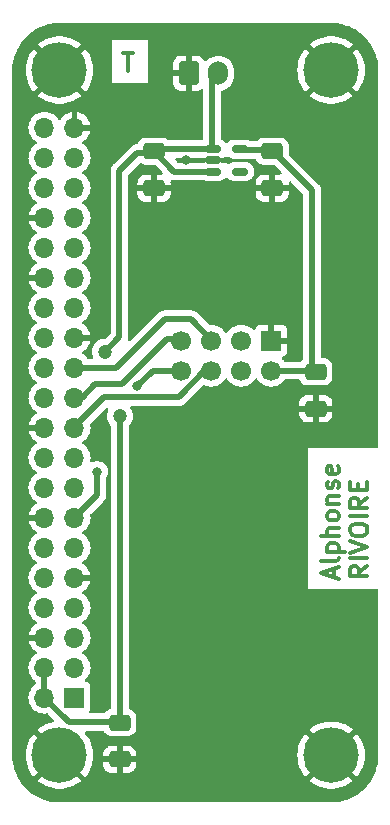
<source format=gbr>
%TF.GenerationSoftware,KiCad,Pcbnew,(7.0.0)*%
%TF.CreationDate,2023-05-30T16:09:46+02:00*%
%TF.ProjectId,connecteurs,636f6e6e-6563-4746-9575-72732e6b6963,1.0*%
%TF.SameCoordinates,Original*%
%TF.FileFunction,Copper,L1,Top*%
%TF.FilePolarity,Positive*%
%FSLAX46Y46*%
G04 Gerber Fmt 4.6, Leading zero omitted, Abs format (unit mm)*
G04 Created by KiCad (PCBNEW (7.0.0)) date 2023-05-30 16:09:46*
%MOMM*%
%LPD*%
G01*
G04 APERTURE LIST*
G04 Aperture macros list*
%AMRoundRect*
0 Rectangle with rounded corners*
0 $1 Rounding radius*
0 $2 $3 $4 $5 $6 $7 $8 $9 X,Y pos of 4 corners*
0 Add a 4 corners polygon primitive as box body*
4,1,4,$2,$3,$4,$5,$6,$7,$8,$9,$2,$3,0*
0 Add four circle primitives for the rounded corners*
1,1,$1+$1,$2,$3*
1,1,$1+$1,$4,$5*
1,1,$1+$1,$6,$7*
1,1,$1+$1,$8,$9*
0 Add four rect primitives between the rounded corners*
20,1,$1+$1,$2,$3,$4,$5,0*
20,1,$1+$1,$4,$5,$6,$7,0*
20,1,$1+$1,$6,$7,$8,$9,0*
20,1,$1+$1,$8,$9,$2,$3,0*%
G04 Aperture macros list end*
%ADD10C,0.300000*%
%TA.AperFunction,NonConductor*%
%ADD11C,0.300000*%
%TD*%
%TA.AperFunction,SMDPad,CuDef*%
%ADD12RoundRect,0.250000X0.650000X-0.412500X0.650000X0.412500X-0.650000X0.412500X-0.650000X-0.412500X0*%
%TD*%
%TA.AperFunction,SMDPad,CuDef*%
%ADD13RoundRect,0.250000X-0.650000X0.412500X-0.650000X-0.412500X0.650000X-0.412500X0.650000X0.412500X0*%
%TD*%
%TA.AperFunction,SMDPad,CuDef*%
%ADD14RoundRect,0.150000X-0.512500X-0.150000X0.512500X-0.150000X0.512500X0.150000X-0.512500X0.150000X0*%
%TD*%
%TA.AperFunction,ComponentPad*%
%ADD15C,4.700000*%
%TD*%
%TA.AperFunction,ComponentPad*%
%ADD16RoundRect,0.250000X-0.600000X-0.750000X0.600000X-0.750000X0.600000X0.750000X-0.600000X0.750000X0*%
%TD*%
%TA.AperFunction,ComponentPad*%
%ADD17O,1.700000X2.000000*%
%TD*%
%TA.AperFunction,ComponentPad*%
%ADD18R,1.700000X1.700000*%
%TD*%
%TA.AperFunction,ComponentPad*%
%ADD19O,1.700000X1.700000*%
%TD*%
%TA.AperFunction,ComponentPad*%
%ADD20C,1.700000*%
%TD*%
%TA.AperFunction,ViaPad*%
%ADD21C,0.800000*%
%TD*%
%TA.AperFunction,ViaPad*%
%ADD22C,1.200000*%
%TD*%
%TA.AperFunction,Conductor*%
%ADD23C,0.500000*%
%TD*%
%TA.AperFunction,Conductor*%
%ADD24C,0.300000*%
%TD*%
G04 APERTURE END LIST*
D10*
D11*
X75342857Y-48573571D02*
X76200000Y-48573571D01*
X75771428Y-50073571D02*
X75771428Y-48573571D01*
D10*
D11*
X93215000Y-92914285D02*
X93215000Y-92200000D01*
X93643571Y-93057142D02*
X92143571Y-92557142D01*
X92143571Y-92557142D02*
X93643571Y-92057142D01*
X93643571Y-91342857D02*
X93572142Y-91485714D01*
X93572142Y-91485714D02*
X93429285Y-91557143D01*
X93429285Y-91557143D02*
X92143571Y-91557143D01*
X92643571Y-90771429D02*
X94143571Y-90771429D01*
X92715000Y-90771429D02*
X92643571Y-90628572D01*
X92643571Y-90628572D02*
X92643571Y-90342857D01*
X92643571Y-90342857D02*
X92715000Y-90200000D01*
X92715000Y-90200000D02*
X92786428Y-90128572D01*
X92786428Y-90128572D02*
X92929285Y-90057143D01*
X92929285Y-90057143D02*
X93357857Y-90057143D01*
X93357857Y-90057143D02*
X93500714Y-90128572D01*
X93500714Y-90128572D02*
X93572142Y-90200000D01*
X93572142Y-90200000D02*
X93643571Y-90342857D01*
X93643571Y-90342857D02*
X93643571Y-90628572D01*
X93643571Y-90628572D02*
X93572142Y-90771429D01*
X93643571Y-89414286D02*
X92143571Y-89414286D01*
X93643571Y-88771429D02*
X92857857Y-88771429D01*
X92857857Y-88771429D02*
X92715000Y-88842857D01*
X92715000Y-88842857D02*
X92643571Y-88985714D01*
X92643571Y-88985714D02*
X92643571Y-89200000D01*
X92643571Y-89200000D02*
X92715000Y-89342857D01*
X92715000Y-89342857D02*
X92786428Y-89414286D01*
X93643571Y-87842857D02*
X93572142Y-87985714D01*
X93572142Y-87985714D02*
X93500714Y-88057143D01*
X93500714Y-88057143D02*
X93357857Y-88128571D01*
X93357857Y-88128571D02*
X92929285Y-88128571D01*
X92929285Y-88128571D02*
X92786428Y-88057143D01*
X92786428Y-88057143D02*
X92715000Y-87985714D01*
X92715000Y-87985714D02*
X92643571Y-87842857D01*
X92643571Y-87842857D02*
X92643571Y-87628571D01*
X92643571Y-87628571D02*
X92715000Y-87485714D01*
X92715000Y-87485714D02*
X92786428Y-87414286D01*
X92786428Y-87414286D02*
X92929285Y-87342857D01*
X92929285Y-87342857D02*
X93357857Y-87342857D01*
X93357857Y-87342857D02*
X93500714Y-87414286D01*
X93500714Y-87414286D02*
X93572142Y-87485714D01*
X93572142Y-87485714D02*
X93643571Y-87628571D01*
X93643571Y-87628571D02*
X93643571Y-87842857D01*
X92643571Y-86700000D02*
X93643571Y-86700000D01*
X92786428Y-86700000D02*
X92715000Y-86628571D01*
X92715000Y-86628571D02*
X92643571Y-86485714D01*
X92643571Y-86485714D02*
X92643571Y-86271428D01*
X92643571Y-86271428D02*
X92715000Y-86128571D01*
X92715000Y-86128571D02*
X92857857Y-86057143D01*
X92857857Y-86057143D02*
X93643571Y-86057143D01*
X93572142Y-85414285D02*
X93643571Y-85271428D01*
X93643571Y-85271428D02*
X93643571Y-84985714D01*
X93643571Y-84985714D02*
X93572142Y-84842857D01*
X93572142Y-84842857D02*
X93429285Y-84771428D01*
X93429285Y-84771428D02*
X93357857Y-84771428D01*
X93357857Y-84771428D02*
X93215000Y-84842857D01*
X93215000Y-84842857D02*
X93143571Y-84985714D01*
X93143571Y-84985714D02*
X93143571Y-85200000D01*
X93143571Y-85200000D02*
X93072142Y-85342857D01*
X93072142Y-85342857D02*
X92929285Y-85414285D01*
X92929285Y-85414285D02*
X92857857Y-85414285D01*
X92857857Y-85414285D02*
X92715000Y-85342857D01*
X92715000Y-85342857D02*
X92643571Y-85200000D01*
X92643571Y-85200000D02*
X92643571Y-84985714D01*
X92643571Y-84985714D02*
X92715000Y-84842857D01*
X93572142Y-83557142D02*
X93643571Y-83699999D01*
X93643571Y-83699999D02*
X93643571Y-83985714D01*
X93643571Y-83985714D02*
X93572142Y-84128571D01*
X93572142Y-84128571D02*
X93429285Y-84199999D01*
X93429285Y-84199999D02*
X92857857Y-84199999D01*
X92857857Y-84199999D02*
X92715000Y-84128571D01*
X92715000Y-84128571D02*
X92643571Y-83985714D01*
X92643571Y-83985714D02*
X92643571Y-83699999D01*
X92643571Y-83699999D02*
X92715000Y-83557142D01*
X92715000Y-83557142D02*
X92857857Y-83485714D01*
X92857857Y-83485714D02*
X93000714Y-83485714D01*
X93000714Y-83485714D02*
X93143571Y-84199999D01*
X96073571Y-91985714D02*
X95359285Y-92485714D01*
X96073571Y-92842857D02*
X94573571Y-92842857D01*
X94573571Y-92842857D02*
X94573571Y-92271428D01*
X94573571Y-92271428D02*
X94645000Y-92128571D01*
X94645000Y-92128571D02*
X94716428Y-92057142D01*
X94716428Y-92057142D02*
X94859285Y-91985714D01*
X94859285Y-91985714D02*
X95073571Y-91985714D01*
X95073571Y-91985714D02*
X95216428Y-92057142D01*
X95216428Y-92057142D02*
X95287857Y-92128571D01*
X95287857Y-92128571D02*
X95359285Y-92271428D01*
X95359285Y-92271428D02*
X95359285Y-92842857D01*
X96073571Y-91342857D02*
X94573571Y-91342857D01*
X94573571Y-90842856D02*
X96073571Y-90342856D01*
X96073571Y-90342856D02*
X94573571Y-89842856D01*
X94573571Y-89057142D02*
X94573571Y-88771428D01*
X94573571Y-88771428D02*
X94645000Y-88628571D01*
X94645000Y-88628571D02*
X94787857Y-88485714D01*
X94787857Y-88485714D02*
X95073571Y-88414285D01*
X95073571Y-88414285D02*
X95573571Y-88414285D01*
X95573571Y-88414285D02*
X95859285Y-88485714D01*
X95859285Y-88485714D02*
X96002142Y-88628571D01*
X96002142Y-88628571D02*
X96073571Y-88771428D01*
X96073571Y-88771428D02*
X96073571Y-89057142D01*
X96073571Y-89057142D02*
X96002142Y-89200000D01*
X96002142Y-89200000D02*
X95859285Y-89342857D01*
X95859285Y-89342857D02*
X95573571Y-89414285D01*
X95573571Y-89414285D02*
X95073571Y-89414285D01*
X95073571Y-89414285D02*
X94787857Y-89342857D01*
X94787857Y-89342857D02*
X94645000Y-89200000D01*
X94645000Y-89200000D02*
X94573571Y-89057142D01*
X96073571Y-87771428D02*
X94573571Y-87771428D01*
X96073571Y-86199999D02*
X95359285Y-86699999D01*
X96073571Y-87057142D02*
X94573571Y-87057142D01*
X94573571Y-87057142D02*
X94573571Y-86485713D01*
X94573571Y-86485713D02*
X94645000Y-86342856D01*
X94645000Y-86342856D02*
X94716428Y-86271427D01*
X94716428Y-86271427D02*
X94859285Y-86199999D01*
X94859285Y-86199999D02*
X95073571Y-86199999D01*
X95073571Y-86199999D02*
X95216428Y-86271427D01*
X95216428Y-86271427D02*
X95287857Y-86342856D01*
X95287857Y-86342856D02*
X95359285Y-86485713D01*
X95359285Y-86485713D02*
X95359285Y-87057142D01*
X95287857Y-85557142D02*
X95287857Y-85057142D01*
X96073571Y-84842856D02*
X96073571Y-85557142D01*
X96073571Y-85557142D02*
X94573571Y-85557142D01*
X94573571Y-85557142D02*
X94573571Y-84842856D01*
D12*
%TO.P,C4,2*%
%TO.N,+5V*%
X75100000Y-105237500D03*
%TO.P,C4,1*%
%TO.N,GND*%
X75100000Y-108362500D03*
%TD*%
D13*
%TO.P,C3,2*%
%TO.N,GND*%
X91700000Y-78662500D03*
%TO.P,C3,1*%
%TO.N,+3.3V*%
X91700000Y-75537500D03*
%TD*%
%TO.P,C2,1*%
%TO.N,+3.3V*%
X88000000Y-56875000D03*
%TO.P,C2,2*%
%TO.N,GND*%
X88000000Y-60000000D03*
%TD*%
%TO.P,C1,1*%
%TO.N,+5V*%
X78000000Y-56875000D03*
%TO.P,C1,2*%
%TO.N,GND*%
X78000000Y-60000000D03*
%TD*%
D14*
%TO.P,U2,1,VIN*%
%TO.N,+5V*%
X83000000Y-56687500D03*
%TO.P,U2,2,GND*%
%TO.N,GND*%
X83000000Y-57637500D03*
%TO.P,U2,3,~{SHDN}*%
%TO.N,+5V*%
X83000000Y-58587500D03*
%TO.P,U2,4,NC*%
%TO.N,unconnected-(U2-NC-Pad4)*%
X85275000Y-58587500D03*
%TO.P,U2,5,VOUT*%
%TO.N,+3.3V*%
X85275000Y-56687500D03*
%TD*%
D15*
%TO.P,H3,1,1*%
%TO.N,GND*%
X93000000Y-108000000D03*
%TD*%
%TO.P,H4,1,1*%
%TO.N,GND*%
X70000000Y-108000000D03*
%TD*%
D16*
%TO.P,J1,1,Pin_1*%
%TO.N,GND*%
X80950000Y-50275000D03*
D17*
%TO.P,J1,2,Pin_2*%
%TO.N,+5V*%
X83449999Y-50274999D03*
%TD*%
D18*
%TO.P,IC1,1,+3.3V_1*%
%TO.N,unconnected-(IC1-+3.3V_1-Pad1)*%
X71269999Y-103124999D03*
D19*
%TO.P,IC1,2,+5V_1*%
%TO.N,+5V*%
X68729999Y-103124999D03*
%TO.P,IC1,3,GPIO_2/[I2C]_SDA*%
%TO.N,unconnected-(IC1-GPIO_2{slash}[I2C]_SDA-Pad3)*%
X71269999Y-100584999D03*
%TO.P,IC1,4,+5V_2*%
%TO.N,+5V*%
X68729999Y-100584999D03*
%TO.P,IC1,5,GPIO_3/[I2C]_SCL*%
%TO.N,unconnected-(IC1-GPIO_3{slash}[I2C]_SCL-Pad5)*%
X71269999Y-98044999D03*
%TO.P,IC1,6,GND_1*%
%TO.N,GND*%
X68729999Y-98044999D03*
%TO.P,IC1,7,GPIO_4/GPCLK0*%
%TO.N,unconnected-(IC1-GPIO_4{slash}GPCLK0-Pad7)*%
X71269999Y-95504999D03*
%TO.P,IC1,8,GPIO_14/[UART]_TXD0*%
%TO.N,unconnected-(IC1-GPIO_14{slash}[UART]_TXD0-Pad8)*%
X68729999Y-95504999D03*
%TO.P,IC1,9,GND_2*%
%TO.N,GND*%
X71269999Y-92964999D03*
%TO.P,IC1,10,GPIO_15/[UART]_RXD0*%
%TO.N,unconnected-(IC1-GPIO_15{slash}[UART]_RXD0-Pad10)*%
X68729999Y-92964999D03*
%TO.P,IC1,11,GPIO_17/SPI1_CS1*%
%TO.N,unconnected-(IC1-GPIO_17{slash}SPI1_CS1-Pad11)*%
X71269999Y-90424999D03*
%TO.P,IC1,12,GPIO_18/PWM0/SPI1_CS0*%
%TO.N,unconnected-(IC1-GPIO_18{slash}PWM0{slash}SPI1_CS0-Pad12)*%
X68729999Y-90424999D03*
%TO.P,IC1,13,GPIO27*%
%TO.N,IRQ*%
X71269999Y-87884999D03*
%TO.P,IC1,14,GND_3*%
%TO.N,GND*%
X68729999Y-87884999D03*
%TO.P,IC1,15,GPIO_22*%
%TO.N,CE*%
X71269999Y-85344999D03*
%TO.P,IC1,16,GPIO_23*%
%TO.N,unconnected-(IC1-GPIO_23-Pad16)*%
X68729999Y-85344999D03*
%TO.P,IC1,17,+3.3V_2*%
%TO.N,unconnected-(IC1-+3.3V_2-Pad17)*%
X71269999Y-82804999D03*
%TO.P,IC1,18,GPIO_24*%
%TO.N,unconnected-(IC1-GPIO_24-Pad18)*%
X68729999Y-82804999D03*
%TO.P,IC1,19,GPIO_10/SPI0_MOSI*%
%TO.N,MOSI*%
X71269999Y-80264999D03*
%TO.P,IC1,20,GND_4*%
%TO.N,GND*%
X68729999Y-80264999D03*
%TO.P,IC1,21,GPIO_9/SPI0_MISO*%
%TO.N,MISO*%
X71269999Y-77724999D03*
%TO.P,IC1,22,GPIO_25*%
%TO.N,unconnected-(IC1-GPIO_25-Pad22)*%
X68729999Y-77724999D03*
%TO.P,IC1,23,GPIO_11/SPI0_SCLK*%
%TO.N,SCK*%
X71269999Y-75184999D03*
%TO.P,IC1,24,GPIO_8/SPI0_CE1_N*%
%TO.N,CSN*%
X68729999Y-75184999D03*
%TO.P,IC1,25,GND_5*%
%TO.N,GND*%
X71269999Y-72644999D03*
%TO.P,IC1,26,GPIO_7/SPI0_CE2_N*%
%TO.N,unconnected-(IC1-GPIO_7{slash}SPI0_CE2_N-Pad26)*%
X68729999Y-72644999D03*
%TO.P,IC1,27,DNC_1*%
%TO.N,unconnected-(IC1-DNC_1-Pad27)*%
X71269999Y-70104999D03*
%TO.P,IC1,28,DNC_2*%
%TO.N,unconnected-(IC1-DNC_2-Pad28)*%
X68729999Y-70104999D03*
%TO.P,IC1,29,GPIO5//GPCLK1*%
%TO.N,unconnected-(IC1-GPIO5{slash}{slash}GPCLK1-Pad29)*%
X71269999Y-67564999D03*
%TO.P,IC1,30,GND_6*%
%TO.N,GND*%
X68729999Y-67564999D03*
%TO.P,IC1,31,GPIO6/GPCLK2*%
%TO.N,unconnected-(IC1-GPIO6{slash}GPCLK2-Pad31)*%
X71269999Y-65024999D03*
%TO.P,IC1,32,GPIO12/PWM0*%
%TO.N,unconnected-(IC1-GPIO12{slash}PWM0-Pad32)*%
X68729999Y-65024999D03*
%TO.P,IC1,33,GPIO13/PWM1*%
%TO.N,unconnected-(IC1-GPIO13{slash}PWM1-Pad33)*%
X71269999Y-62484999D03*
%TO.P,IC1,34,GND_7*%
%TO.N,GND*%
X68729999Y-62484999D03*
%TO.P,IC1,35,GPIO19/SPI0_MISO1/PWM1*%
%TO.N,unconnected-(IC1-GPIO19{slash}SPI0_MISO1{slash}PWM1-Pad35)*%
X71269999Y-59944999D03*
%TO.P,IC1,36,GPIO16/SPI1_CS2*%
%TO.N,unconnected-(IC1-GPIO16{slash}SPI1_CS2-Pad36)*%
X68729999Y-59944999D03*
%TO.P,IC1,37,GPIO26*%
%TO.N,unconnected-(IC1-GPIO26-Pad37)*%
X71269999Y-57404999D03*
%TO.P,IC1,38,GPIO20/SPI0_MOSI1*%
%TO.N,unconnected-(IC1-GPIO20{slash}SPI0_MOSI1-Pad38)*%
X68729999Y-57404999D03*
%TO.P,IC1,39,GND_8*%
%TO.N,GND*%
X71269999Y-54864999D03*
%TO.P,IC1,40,GPIO21/SPI0_SCLK1*%
%TO.N,unconnected-(IC1-GPIO21{slash}SPI0_SCLK1-Pad40)*%
X68729999Y-54864999D03*
%TD*%
D18*
%TO.P,U1,1,GND*%
%TO.N,GND*%
X87924999Y-72899999D03*
D20*
%TO.P,U1,2,VCC*%
%TO.N,+3.3V*%
X87925000Y-75440000D03*
%TO.P,U1,3,CE*%
%TO.N,CE*%
X85385000Y-72900000D03*
%TO.P,U1,4,~{CSN}*%
%TO.N,CSN*%
X85385000Y-75440000D03*
%TO.P,U1,5,SCK*%
%TO.N,SCK*%
X82845000Y-72900000D03*
%TO.P,U1,6,MOSI*%
%TO.N,MOSI*%
X82845000Y-75440000D03*
%TO.P,U1,7,MISO*%
%TO.N,MISO*%
X80305000Y-72900000D03*
%TO.P,U1,8,IRQ*%
%TO.N,IRQ*%
X80305000Y-75440000D03*
%TD*%
D15*
%TO.P,H1,1,1*%
%TO.N,GND*%
X70000000Y-50000000D03*
%TD*%
%TO.P,H2,1,1*%
%TO.N,GND*%
X93000000Y-50000000D03*
%TD*%
D21*
%TO.N,GND*%
X80700000Y-57637000D03*
%TO.N,IRQ*%
X73200000Y-84000000D03*
X76600000Y-76750500D03*
D22*
%TO.N,+5V*%
X75100000Y-79300000D03*
X73850000Y-73850000D03*
D21*
%TO.N,GND*%
X80000000Y-68000000D03*
X80000000Y-63000000D03*
X86000000Y-68000000D03*
X86000000Y-63000000D03*
X79000000Y-83200000D03*
X83500000Y-79700000D03*
X83500000Y-83200000D03*
X79000000Y-79700000D03*
%TD*%
D23*
%TO.N,+5V*%
X76600000Y-57000000D02*
X77500000Y-57000000D01*
X75071152Y-58528848D02*
X76600000Y-57000000D01*
X75071152Y-72628848D02*
X75071152Y-58528848D01*
X73850000Y-73850000D02*
X75071152Y-72628848D01*
X83000000Y-58587500D02*
X79712500Y-58587500D01*
X79712500Y-58587500D02*
X78000000Y-56875000D01*
X80000000Y-56687500D02*
X78187500Y-56687500D01*
X83000000Y-56687500D02*
X80000000Y-56687500D01*
X78187500Y-56687500D02*
X78000000Y-56875000D01*
%TO.N,IRQ*%
X73200000Y-85955000D02*
X71270000Y-87885000D01*
X73200000Y-84000000D02*
X73200000Y-85955000D01*
%TO.N,+5V*%
X70805000Y-105200000D02*
X75062500Y-105200000D01*
X68730000Y-103125000D02*
X70805000Y-105200000D01*
X75062500Y-105200000D02*
X75100000Y-105237500D01*
X75037500Y-104900000D02*
X75100000Y-104837500D01*
%TO.N,IRQ*%
X77910500Y-75440000D02*
X76600000Y-76750500D01*
X80305000Y-75440000D02*
X77910500Y-75440000D01*
%TO.N,+5V*%
X75100000Y-79300000D02*
X75100000Y-104837500D01*
%TO.N,+3.3V*%
X88000000Y-56775000D02*
X91400000Y-60175000D01*
X91400000Y-75237500D02*
X91700000Y-75537500D01*
X85362500Y-56775000D02*
X88000000Y-56775000D01*
X91400000Y-60175000D02*
X91400000Y-75237500D01*
X85275000Y-56687500D02*
X85362500Y-56775000D01*
X91602500Y-75440000D02*
X91700000Y-75537500D01*
X87925000Y-75440000D02*
X91602500Y-75440000D01*
%TO.N,+5V*%
X82930000Y-56617500D02*
X83000000Y-56687500D01*
X82930000Y-50795000D02*
X82930000Y-56617500D01*
X83450000Y-50275000D02*
X82930000Y-50795000D01*
X68730000Y-100585000D02*
X68730000Y-103125000D01*
%TO.N,MOSI*%
X73800000Y-77700000D02*
X80085000Y-77700000D01*
X71270000Y-80230000D02*
X73800000Y-77700000D01*
D24*
X71270000Y-80265000D02*
X71270000Y-80230000D01*
D23*
X80085000Y-77700000D02*
X82445000Y-75340000D01*
%TO.N,MISO*%
X71875000Y-77725000D02*
X73000000Y-76600000D01*
D24*
X71270000Y-77725000D02*
X71875000Y-77725000D01*
D23*
X75300000Y-76600000D02*
X79100000Y-72800000D01*
X73000000Y-76600000D02*
X75300000Y-76600000D01*
X79100000Y-72800000D02*
X79905000Y-72800000D01*
%TO.N,SCK*%
X74815000Y-75185000D02*
X78900000Y-71100000D01*
X71270000Y-75185000D02*
X74815000Y-75185000D01*
X81145000Y-71100000D02*
X82945000Y-72900000D01*
X78900000Y-71100000D02*
X81145000Y-71100000D01*
%TD*%
%TA.AperFunction,Conductor*%
%TO.N,GND*%
G36*
X74066606Y-78594870D02*
G01*
X74122590Y-78635151D01*
X74148394Y-78699112D01*
X74136035Y-78766963D01*
X74069418Y-78900750D01*
X74067850Y-78906258D01*
X74067847Y-78906268D01*
X74015173Y-79091395D01*
X74015170Y-79091406D01*
X74013603Y-79096917D01*
X74013073Y-79102627D01*
X74013073Y-79102632D01*
X74000889Y-79234122D01*
X73994785Y-79300000D01*
X73995314Y-79305709D01*
X74003868Y-79398029D01*
X74013603Y-79503083D01*
X74015171Y-79508594D01*
X74015173Y-79508604D01*
X74067847Y-79693731D01*
X74067849Y-79693737D01*
X74069418Y-79699250D01*
X74160327Y-79881821D01*
X74163779Y-79886392D01*
X74273444Y-80031613D01*
X74283236Y-80044579D01*
X74287465Y-80048434D01*
X74287473Y-80048443D01*
X74309039Y-80068103D01*
X74338935Y-80109653D01*
X74349500Y-80159739D01*
X74349500Y-83955822D01*
X74338075Y-83999999D01*
X74349500Y-84044178D01*
X74349500Y-103978130D01*
X74338877Y-104028345D01*
X74308829Y-104069957D01*
X74264504Y-104095836D01*
X74137521Y-104137914D01*
X74137517Y-104137915D01*
X74130666Y-104140186D01*
X74124522Y-104143975D01*
X74124519Y-104143977D01*
X73987488Y-104228497D01*
X73987480Y-104228503D01*
X73981344Y-104232288D01*
X73976242Y-104237389D01*
X73976238Y-104237393D01*
X73862399Y-104351232D01*
X73862395Y-104351236D01*
X73857288Y-104356344D01*
X73853498Y-104362487D01*
X73853492Y-104362496D01*
X73836161Y-104390596D01*
X73791054Y-104433777D01*
X73730622Y-104449500D01*
X72637717Y-104449500D01*
X72572550Y-104430995D01*
X72526833Y-104381004D01*
X72514211Y-104314447D01*
X72538450Y-104251189D01*
X72540619Y-104248291D01*
X72563796Y-104217331D01*
X72614091Y-104082483D01*
X72620500Y-104022873D01*
X72620499Y-102227128D01*
X72614091Y-102167517D01*
X72563796Y-102032669D01*
X72477546Y-101917454D01*
X72362331Y-101831204D01*
X72292359Y-101805106D01*
X72230916Y-101782189D01*
X72180537Y-101747210D01*
X72153084Y-101692365D01*
X72155273Y-101631072D01*
X72186566Y-101578329D01*
X72308495Y-101456401D01*
X72444035Y-101262830D01*
X72543903Y-101048663D01*
X72605063Y-100820408D01*
X72625659Y-100585000D01*
X72605063Y-100349592D01*
X72543903Y-100121337D01*
X72444035Y-99907171D01*
X72308495Y-99713599D01*
X72141401Y-99546505D01*
X72136968Y-99543401D01*
X72136961Y-99543395D01*
X71955842Y-99416575D01*
X71916976Y-99372257D01*
X71902965Y-99315000D01*
X71916976Y-99257743D01*
X71955842Y-99213425D01*
X72136961Y-99086604D01*
X72136961Y-99086603D01*
X72141401Y-99083495D01*
X72308495Y-98916401D01*
X72444035Y-98722830D01*
X72543903Y-98508663D01*
X72605063Y-98280408D01*
X72625659Y-98045000D01*
X72605063Y-97809592D01*
X72543903Y-97581337D01*
X72444035Y-97367171D01*
X72308495Y-97173599D01*
X72141401Y-97006505D01*
X72136968Y-97003401D01*
X72136961Y-97003395D01*
X71955842Y-96876575D01*
X71916976Y-96832257D01*
X71902965Y-96775000D01*
X71916976Y-96717743D01*
X71955842Y-96673425D01*
X72136961Y-96546604D01*
X72136961Y-96546603D01*
X72141401Y-96543495D01*
X72308495Y-96376401D01*
X72444035Y-96182830D01*
X72543903Y-95968663D01*
X72605063Y-95740408D01*
X72625659Y-95505000D01*
X72605063Y-95269592D01*
X72543903Y-95041337D01*
X72444035Y-94827171D01*
X72308495Y-94633599D01*
X72141401Y-94466505D01*
X72136970Y-94463402D01*
X72136966Y-94463399D01*
X71955405Y-94336269D01*
X71916540Y-94291951D01*
X71902529Y-94234694D01*
X71916540Y-94177437D01*
X71955406Y-94133119D01*
X72136638Y-94006219D01*
X72144909Y-93999278D01*
X72304278Y-93839909D01*
X72311215Y-93831643D01*
X72440498Y-93647008D01*
X72445886Y-93637676D01*
X72541143Y-93433397D01*
X72544831Y-93423263D01*
X72596943Y-93228780D01*
X72597311Y-93217551D01*
X72586369Y-93215000D01*
X71144000Y-93215000D01*
X71082000Y-93198387D01*
X71036613Y-93153000D01*
X71020000Y-93091000D01*
X71020000Y-92839000D01*
X71036613Y-92777000D01*
X71082000Y-92731613D01*
X71144000Y-92715000D01*
X72586369Y-92715000D01*
X72597311Y-92712448D01*
X72596943Y-92701219D01*
X72544831Y-92506736D01*
X72541143Y-92496602D01*
X72445889Y-92292332D01*
X72440491Y-92282982D01*
X72311215Y-92098357D01*
X72304280Y-92090092D01*
X72144909Y-91930721D01*
X72136643Y-91923784D01*
X71955405Y-91796880D01*
X71916540Y-91752562D01*
X71902529Y-91695305D01*
X71916540Y-91638048D01*
X71955406Y-91593730D01*
X72136961Y-91466604D01*
X72136961Y-91466603D01*
X72141401Y-91463495D01*
X72308495Y-91296401D01*
X72444035Y-91102830D01*
X72543903Y-90888663D01*
X72605063Y-90660408D01*
X72625659Y-90425000D01*
X72605063Y-90189592D01*
X72543903Y-89961337D01*
X72444035Y-89747171D01*
X72308495Y-89553599D01*
X72141401Y-89386505D01*
X72136968Y-89383401D01*
X72136961Y-89383395D01*
X71955842Y-89256575D01*
X71916976Y-89212257D01*
X71902965Y-89155000D01*
X71916976Y-89097743D01*
X71955842Y-89053425D01*
X72136961Y-88926604D01*
X72136961Y-88926603D01*
X72141401Y-88923495D01*
X72308495Y-88756401D01*
X72444035Y-88562830D01*
X72543903Y-88348663D01*
X72605063Y-88120408D01*
X72625659Y-87885000D01*
X72607022Y-87671984D01*
X72614028Y-87618767D01*
X72642867Y-87573498D01*
X73685638Y-86530727D01*
X73699262Y-86518953D01*
X73718530Y-86504610D01*
X73750372Y-86466661D01*
X73757686Y-86458681D01*
X73758267Y-86458099D01*
X73761590Y-86454777D01*
X73780836Y-86430433D01*
X73783058Y-86427706D01*
X73831302Y-86370214D01*
X73834547Y-86363751D01*
X73836440Y-86360874D01*
X73836644Y-86360591D01*
X73836821Y-86360274D01*
X73838623Y-86357352D01*
X73843111Y-86351677D01*
X73874816Y-86283682D01*
X73876355Y-86280502D01*
X73910040Y-86213433D01*
X73911706Y-86206398D01*
X73912881Y-86203172D01*
X73913020Y-86202836D01*
X73913118Y-86202491D01*
X73914200Y-86199224D01*
X73917256Y-86192673D01*
X73932434Y-86119157D01*
X73933186Y-86115768D01*
X73950500Y-86042721D01*
X73950500Y-86035490D01*
X73950902Y-86032051D01*
X73950956Y-86031714D01*
X73950972Y-86031360D01*
X73951271Y-86027933D01*
X73952733Y-86020856D01*
X73950552Y-85945889D01*
X73950500Y-85942283D01*
X73950500Y-84534321D01*
X73967113Y-84472321D01*
X74027179Y-84368284D01*
X74085674Y-84188256D01*
X74102179Y-84031216D01*
X74113850Y-84000000D01*
X74102179Y-83968783D01*
X74086353Y-83818204D01*
X74086352Y-83818203D01*
X74085674Y-83811744D01*
X74027179Y-83631716D01*
X73932533Y-83467784D01*
X73918299Y-83451976D01*
X73810220Y-83331942D01*
X73810219Y-83331941D01*
X73805871Y-83327112D01*
X73800613Y-83323292D01*
X73800611Y-83323290D01*
X73657988Y-83219669D01*
X73657987Y-83219668D01*
X73652730Y-83215849D01*
X73646792Y-83213205D01*
X73485745Y-83141501D01*
X73485740Y-83141499D01*
X73479803Y-83138856D01*
X73473444Y-83137504D01*
X73473440Y-83137503D01*
X73301008Y-83100852D01*
X73301005Y-83100851D01*
X73294646Y-83099500D01*
X73105354Y-83099500D01*
X73098995Y-83100851D01*
X73098991Y-83100852D01*
X72926559Y-83137503D01*
X72926552Y-83137505D01*
X72920197Y-83138856D01*
X72860605Y-83165388D01*
X72769918Y-83205765D01*
X72701689Y-83215202D01*
X72638951Y-83186775D01*
X72601060Y-83129255D01*
X72599709Y-83060390D01*
X72600221Y-83058477D01*
X72605063Y-83040408D01*
X72625659Y-82805000D01*
X72605063Y-82569592D01*
X72543903Y-82341337D01*
X72444035Y-82127171D01*
X72308495Y-81933599D01*
X72141401Y-81766505D01*
X72136968Y-81763401D01*
X72136961Y-81763395D01*
X71955842Y-81636575D01*
X71916976Y-81592257D01*
X71902965Y-81535000D01*
X71916976Y-81477743D01*
X71955842Y-81433425D01*
X72136961Y-81306604D01*
X72136961Y-81306603D01*
X72141401Y-81303495D01*
X72308495Y-81136401D01*
X72444035Y-80942830D01*
X72543903Y-80728663D01*
X72605063Y-80500408D01*
X72625659Y-80265000D01*
X72605063Y-80029592D01*
X72605003Y-80029368D01*
X72608734Y-79972444D01*
X72639312Y-79922053D01*
X73937354Y-78624011D01*
X73997761Y-78590731D01*
X74066606Y-78594870D01*
G37*
%TD.AperFunction*%
%TA.AperFunction,Conductor*%
G36*
X84347471Y-57347195D02*
G01*
X84348955Y-57345283D01*
X84355116Y-57350062D01*
X84360635Y-57355581D01*
X84367349Y-57359552D01*
X84367351Y-57359553D01*
X84407632Y-57383375D01*
X84502102Y-57439244D01*
X84659931Y-57485098D01*
X84696806Y-57488000D01*
X85094637Y-57488000D01*
X85124703Y-57492850D01*
X85124825Y-57492256D01*
X85124827Y-57492257D01*
X85198356Y-57507438D01*
X85201790Y-57508200D01*
X85274779Y-57525500D01*
X85282000Y-57525500D01*
X85285438Y-57525902D01*
X85285777Y-57525956D01*
X85286127Y-57525972D01*
X85289570Y-57526273D01*
X85296645Y-57527734D01*
X85371630Y-57525552D01*
X85375238Y-57525500D01*
X86549188Y-57525500D01*
X86615814Y-57544920D01*
X86661571Y-57597096D01*
X86662912Y-57599972D01*
X86665186Y-57606834D01*
X86668980Y-57612985D01*
X86753497Y-57750011D01*
X86753500Y-57750015D01*
X86757288Y-57756156D01*
X86881344Y-57880212D01*
X86887485Y-57884000D01*
X86887488Y-57884002D01*
X86931775Y-57911318D01*
X87030666Y-57972314D01*
X87197203Y-58027499D01*
X87299991Y-58038000D01*
X88150269Y-58037999D01*
X88197722Y-58047438D01*
X88237950Y-58074318D01*
X88789547Y-58625915D01*
X88820180Y-58676479D01*
X88823920Y-58735480D01*
X88799915Y-58789507D01*
X88753623Y-58826278D01*
X88699979Y-58836588D01*
X88699979Y-58837500D01*
X88266326Y-58837500D01*
X88253450Y-58840950D01*
X88250000Y-58853826D01*
X88250000Y-59733674D01*
X88253450Y-59746549D01*
X88266326Y-59750000D01*
X89383673Y-59750000D01*
X89396548Y-59746549D01*
X89399999Y-59733674D01*
X89399999Y-59537522D01*
X89400921Y-59537522D01*
X89411201Y-59483916D01*
X89447965Y-59437603D01*
X89501996Y-59413582D01*
X89561009Y-59417314D01*
X89611583Y-59447951D01*
X90613181Y-60449548D01*
X90640061Y-60489776D01*
X90649500Y-60537229D01*
X90649500Y-74421042D01*
X90633777Y-74481475D01*
X90593110Y-74523953D01*
X90593159Y-74524015D01*
X90592716Y-74524364D01*
X90590594Y-74526582D01*
X90587497Y-74528492D01*
X90587492Y-74528495D01*
X90581344Y-74532288D01*
X90576236Y-74537395D01*
X90576232Y-74537399D01*
X90460451Y-74653181D01*
X90420223Y-74680061D01*
X90372770Y-74689500D01*
X89112700Y-74689500D01*
X89055443Y-74675489D01*
X89011125Y-74636623D01*
X88966600Y-74573033D01*
X88966598Y-74573030D01*
X88963495Y-74568599D01*
X88841181Y-74446285D01*
X88809885Y-74393539D01*
X88807696Y-74332246D01*
X88835149Y-74277401D01*
X88885529Y-74242422D01*
X89008777Y-74196452D01*
X89024189Y-74188037D01*
X89125092Y-74112501D01*
X89137501Y-74100092D01*
X89213037Y-73999189D01*
X89221452Y-73983777D01*
X89265888Y-73864641D01*
X89269426Y-73849667D01*
X89274646Y-73801114D01*
X89275000Y-73794518D01*
X89275000Y-73166326D01*
X89271549Y-73153450D01*
X89258674Y-73150000D01*
X87799000Y-73150000D01*
X87737000Y-73133387D01*
X87691613Y-73088000D01*
X87675000Y-73026000D01*
X87675000Y-72633674D01*
X88175000Y-72633674D01*
X88178450Y-72646549D01*
X88191326Y-72650000D01*
X89258674Y-72650000D01*
X89271549Y-72646549D01*
X89275000Y-72633674D01*
X89275000Y-72005482D01*
X89274646Y-71998885D01*
X89269426Y-71950332D01*
X89265888Y-71935358D01*
X89221452Y-71816222D01*
X89213037Y-71800810D01*
X89137501Y-71699907D01*
X89125092Y-71687498D01*
X89024189Y-71611962D01*
X89008777Y-71603547D01*
X88889641Y-71559111D01*
X88874667Y-71555573D01*
X88826114Y-71550353D01*
X88819518Y-71550000D01*
X88191326Y-71550000D01*
X88178450Y-71553450D01*
X88175000Y-71566326D01*
X88175000Y-72633674D01*
X87675000Y-72633674D01*
X87675000Y-71566326D01*
X87671549Y-71553450D01*
X87658674Y-71550000D01*
X87030482Y-71550000D01*
X87023885Y-71550353D01*
X86975332Y-71555573D01*
X86960358Y-71559111D01*
X86841222Y-71603547D01*
X86825810Y-71611962D01*
X86724907Y-71687498D01*
X86712498Y-71699907D01*
X86636962Y-71800810D01*
X86628544Y-71816226D01*
X86582576Y-71939471D01*
X86547597Y-71989850D01*
X86492753Y-72017303D01*
X86431460Y-72015114D01*
X86378714Y-71983818D01*
X86260232Y-71865336D01*
X86260230Y-71865334D01*
X86256401Y-71861505D01*
X86251970Y-71858402D01*
X86251966Y-71858399D01*
X86067259Y-71729066D01*
X86067257Y-71729064D01*
X86062830Y-71725965D01*
X86057933Y-71723681D01*
X86057927Y-71723678D01*
X85853572Y-71628386D01*
X85853570Y-71628385D01*
X85848663Y-71626097D01*
X85843438Y-71624697D01*
X85843430Y-71624694D01*
X85625634Y-71566337D01*
X85625630Y-71566336D01*
X85620408Y-71564937D01*
X85615020Y-71564465D01*
X85615017Y-71564465D01*
X85390395Y-71544813D01*
X85385000Y-71544341D01*
X85379605Y-71544813D01*
X85154982Y-71564465D01*
X85154977Y-71564465D01*
X85149592Y-71564937D01*
X85144371Y-71566335D01*
X85144365Y-71566337D01*
X84926569Y-71624694D01*
X84926557Y-71624698D01*
X84921337Y-71626097D01*
X84916432Y-71628383D01*
X84916427Y-71628386D01*
X84712081Y-71723675D01*
X84712077Y-71723677D01*
X84707171Y-71725965D01*
X84702738Y-71729068D01*
X84702731Y-71729073D01*
X84518034Y-71858399D01*
X84518029Y-71858402D01*
X84513599Y-71861505D01*
X84509775Y-71865328D01*
X84509769Y-71865334D01*
X84350334Y-72024769D01*
X84350328Y-72024775D01*
X84346505Y-72028599D01*
X84343402Y-72033029D01*
X84343399Y-72033034D01*
X84216575Y-72214159D01*
X84172257Y-72253025D01*
X84115000Y-72267036D01*
X84057743Y-72253025D01*
X84013425Y-72214159D01*
X83987005Y-72176427D01*
X83883495Y-72028599D01*
X83716401Y-71861505D01*
X83711970Y-71858402D01*
X83711966Y-71858399D01*
X83527259Y-71729066D01*
X83527257Y-71729064D01*
X83522830Y-71725965D01*
X83517933Y-71723681D01*
X83517927Y-71723678D01*
X83313572Y-71628386D01*
X83313570Y-71628385D01*
X83308663Y-71626097D01*
X83303438Y-71624697D01*
X83303430Y-71624694D01*
X83085634Y-71566337D01*
X83085630Y-71566336D01*
X83080408Y-71564937D01*
X83075020Y-71564465D01*
X83075017Y-71564465D01*
X82850395Y-71544813D01*
X82845000Y-71544341D01*
X82839605Y-71544813D01*
X82723940Y-71554932D01*
X82670722Y-71547926D01*
X82625452Y-71519085D01*
X81720729Y-70614361D01*
X81708947Y-70600727D01*
X81698925Y-70587265D01*
X81698921Y-70587261D01*
X81694610Y-70581470D01*
X81656667Y-70549631D01*
X81648691Y-70542323D01*
X81647329Y-70540961D01*
X81647328Y-70540960D01*
X81644777Y-70538409D01*
X81641953Y-70536176D01*
X81641944Y-70536168D01*
X81620445Y-70519170D01*
X81617674Y-70516913D01*
X81560214Y-70468698D01*
X81553760Y-70465456D01*
X81550859Y-70463548D01*
X81550588Y-70463352D01*
X81550292Y-70463187D01*
X81547339Y-70461366D01*
X81541677Y-70456889D01*
X81535134Y-70453838D01*
X81535131Y-70453836D01*
X81473692Y-70425186D01*
X81470446Y-70423615D01*
X81465207Y-70420984D01*
X81403433Y-70389960D01*
X81396409Y-70388295D01*
X81393151Y-70387109D01*
X81392832Y-70386977D01*
X81392504Y-70386884D01*
X81389218Y-70385795D01*
X81382673Y-70382743D01*
X81375604Y-70381283D01*
X81375600Y-70381282D01*
X81309212Y-70367574D01*
X81305691Y-70366794D01*
X81239741Y-70351163D01*
X81239734Y-70351162D01*
X81232721Y-70349500D01*
X81225510Y-70349500D01*
X81222061Y-70349097D01*
X81221727Y-70349043D01*
X81221374Y-70349028D01*
X81217929Y-70348726D01*
X81210856Y-70347266D01*
X81203638Y-70347476D01*
X81135870Y-70349448D01*
X81132263Y-70349500D01*
X78963707Y-70349500D01*
X78945736Y-70348191D01*
X78929126Y-70345758D01*
X78929124Y-70345757D01*
X78921977Y-70344711D01*
X78914785Y-70345340D01*
X78914778Y-70345340D01*
X78872634Y-70349028D01*
X78861827Y-70349500D01*
X78856291Y-70349500D01*
X78852730Y-70349916D01*
X78852715Y-70349917D01*
X78825484Y-70353100D01*
X78821900Y-70353466D01*
X78754395Y-70359372D01*
X78754389Y-70359373D01*
X78747202Y-70360002D01*
X78740351Y-70362271D01*
X78736949Y-70362974D01*
X78736619Y-70363027D01*
X78736300Y-70363118D01*
X78732912Y-70363920D01*
X78725745Y-70364759D01*
X78718968Y-70367225D01*
X78718957Y-70367228D01*
X78655270Y-70390407D01*
X78651869Y-70391589D01*
X78587516Y-70412914D01*
X78587503Y-70412920D01*
X78580665Y-70415186D01*
X78574531Y-70418968D01*
X78571356Y-70420449D01*
X78571064Y-70420569D01*
X78570772Y-70420733D01*
X78567662Y-70422294D01*
X78560883Y-70424763D01*
X78554852Y-70428729D01*
X78554853Y-70428729D01*
X78498236Y-70465965D01*
X78495199Y-70467900D01*
X78437486Y-70503499D01*
X78437477Y-70503505D01*
X78431344Y-70507289D01*
X78426245Y-70512386D01*
X78423506Y-70514553D01*
X78423242Y-70514743D01*
X78422995Y-70514970D01*
X78420331Y-70517205D01*
X78414304Y-70521170D01*
X78409355Y-70526414D01*
X78409353Y-70526417D01*
X78362832Y-70575726D01*
X78360320Y-70578311D01*
X76007461Y-72931170D01*
X75953266Y-72962882D01*
X75890484Y-72963978D01*
X75835214Y-72934178D01*
X75801629Y-72881123D01*
X75798341Y-72818417D01*
X75803581Y-72793036D01*
X75804349Y-72789570D01*
X75821652Y-72716569D01*
X75821652Y-72709349D01*
X75822054Y-72705910D01*
X75822108Y-72705571D01*
X75822124Y-72705221D01*
X75822425Y-72701778D01*
X75823886Y-72694703D01*
X75821704Y-72619717D01*
X75821652Y-72616110D01*
X75821652Y-60459329D01*
X76600001Y-60459329D01*
X76600321Y-60465611D01*
X76609805Y-60558459D01*
X76612623Y-60571622D01*
X76663370Y-60724767D01*
X76669432Y-60737766D01*
X76753890Y-60874694D01*
X76762794Y-60885955D01*
X76876544Y-60999705D01*
X76887805Y-61008609D01*
X77024733Y-61093067D01*
X77037732Y-61099129D01*
X77190874Y-61149875D01*
X77204041Y-61152694D01*
X77296890Y-61162180D01*
X77303168Y-61162500D01*
X77733674Y-61162500D01*
X77746549Y-61159049D01*
X77750000Y-61146174D01*
X77750000Y-61146173D01*
X78250000Y-61146173D01*
X78253450Y-61159048D01*
X78266326Y-61162499D01*
X78696829Y-61162499D01*
X78703111Y-61162178D01*
X78795959Y-61152694D01*
X78809122Y-61149876D01*
X78962267Y-61099129D01*
X78975266Y-61093067D01*
X79112194Y-61008609D01*
X79123455Y-60999705D01*
X79237205Y-60885955D01*
X79246109Y-60874694D01*
X79330567Y-60737766D01*
X79336629Y-60724767D01*
X79387375Y-60571625D01*
X79390194Y-60558458D01*
X79399680Y-60465609D01*
X79400000Y-60459332D01*
X79400000Y-60459329D01*
X86600001Y-60459329D01*
X86600321Y-60465611D01*
X86609805Y-60558459D01*
X86612623Y-60571622D01*
X86663370Y-60724767D01*
X86669432Y-60737766D01*
X86753890Y-60874694D01*
X86762794Y-60885955D01*
X86876544Y-60999705D01*
X86887805Y-61008609D01*
X87024733Y-61093067D01*
X87037732Y-61099129D01*
X87190874Y-61149875D01*
X87204041Y-61152694D01*
X87296890Y-61162180D01*
X87303168Y-61162500D01*
X87733674Y-61162500D01*
X87746549Y-61159049D01*
X87750000Y-61146174D01*
X87750000Y-61146173D01*
X88250000Y-61146173D01*
X88253450Y-61159048D01*
X88266326Y-61162499D01*
X88696829Y-61162499D01*
X88703111Y-61162178D01*
X88795959Y-61152694D01*
X88809122Y-61149876D01*
X88962267Y-61099129D01*
X88975266Y-61093067D01*
X89112194Y-61008609D01*
X89123455Y-60999705D01*
X89237205Y-60885955D01*
X89246109Y-60874694D01*
X89330567Y-60737766D01*
X89336629Y-60724767D01*
X89387375Y-60571625D01*
X89390194Y-60558458D01*
X89399680Y-60465609D01*
X89400000Y-60459332D01*
X89400000Y-60266326D01*
X89396549Y-60253450D01*
X89383674Y-60250000D01*
X88266326Y-60250000D01*
X88253450Y-60253450D01*
X88250000Y-60266326D01*
X88250000Y-61146173D01*
X87750000Y-61146173D01*
X87750000Y-60266326D01*
X87746549Y-60253450D01*
X87733674Y-60250000D01*
X86616327Y-60250000D01*
X86603451Y-60253450D01*
X86600001Y-60266326D01*
X86600001Y-60459329D01*
X79400000Y-60459329D01*
X79400000Y-60266326D01*
X79396549Y-60253450D01*
X79383674Y-60250000D01*
X78266326Y-60250000D01*
X78253450Y-60253450D01*
X78250000Y-60266326D01*
X78250000Y-61146173D01*
X77750000Y-61146173D01*
X77750000Y-60266326D01*
X77746549Y-60253450D01*
X77733674Y-60250000D01*
X76616327Y-60250000D01*
X76603451Y-60253450D01*
X76600001Y-60266326D01*
X76600001Y-60459329D01*
X75821652Y-60459329D01*
X75821652Y-59733674D01*
X76600000Y-59733674D01*
X76603450Y-59746549D01*
X76616326Y-59750000D01*
X77733674Y-59750000D01*
X77746549Y-59746549D01*
X77750000Y-59733674D01*
X77750000Y-58853827D01*
X77746549Y-58840951D01*
X77733674Y-58837501D01*
X77303171Y-58837501D01*
X77296888Y-58837821D01*
X77204040Y-58847305D01*
X77190877Y-58850123D01*
X77037732Y-58900870D01*
X77024733Y-58906932D01*
X76887805Y-58991390D01*
X76876544Y-59000294D01*
X76762794Y-59114044D01*
X76753890Y-59125305D01*
X76669432Y-59262233D01*
X76663370Y-59275232D01*
X76612624Y-59428374D01*
X76609805Y-59441541D01*
X76600319Y-59534390D01*
X76600000Y-59540668D01*
X76600000Y-59733674D01*
X75821652Y-59733674D01*
X75821652Y-58891078D01*
X75831091Y-58843625D01*
X75857971Y-58803397D01*
X75986368Y-58675000D01*
X76750050Y-57911316D01*
X76796449Y-57882071D01*
X76850929Y-57875704D01*
X76902819Y-57893458D01*
X77030666Y-57972314D01*
X77197203Y-58027499D01*
X77299991Y-58038000D01*
X78050269Y-58037999D01*
X78097722Y-58047438D01*
X78137950Y-58074318D01*
X78689451Y-58625819D01*
X78719701Y-58675182D01*
X78724243Y-58732898D01*
X78702088Y-58786385D01*
X78658065Y-58823985D01*
X78601770Y-58837500D01*
X78266326Y-58837500D01*
X78253450Y-58840950D01*
X78250000Y-58853826D01*
X78250000Y-59733674D01*
X78253450Y-59746549D01*
X78266326Y-59750000D01*
X79383673Y-59750000D01*
X79396548Y-59746549D01*
X79399999Y-59733674D01*
X86600000Y-59733674D01*
X86603450Y-59746549D01*
X86616326Y-59750000D01*
X87733674Y-59750000D01*
X87746549Y-59746549D01*
X87750000Y-59733674D01*
X87750000Y-58853827D01*
X87746549Y-58840951D01*
X87733674Y-58837501D01*
X87303171Y-58837501D01*
X87296888Y-58837821D01*
X87204040Y-58847305D01*
X87190877Y-58850123D01*
X87037732Y-58900870D01*
X87024733Y-58906932D01*
X86887805Y-58991390D01*
X86876544Y-59000294D01*
X86762794Y-59114044D01*
X86753890Y-59125305D01*
X86669432Y-59262233D01*
X86663370Y-59275232D01*
X86612624Y-59428374D01*
X86609805Y-59441541D01*
X86600319Y-59534390D01*
X86600000Y-59540668D01*
X86600000Y-59733674D01*
X79399999Y-59733674D01*
X79399999Y-59540671D01*
X79399679Y-59534391D01*
X79391282Y-59452194D01*
X79398909Y-59395070D01*
X79431534Y-59347562D01*
X79482112Y-59319935D01*
X79539712Y-59318154D01*
X79548320Y-59319931D01*
X79551790Y-59320700D01*
X79624779Y-59338000D01*
X79632000Y-59338000D01*
X79635438Y-59338402D01*
X79635777Y-59338456D01*
X79636127Y-59338472D01*
X79639570Y-59338773D01*
X79646645Y-59340234D01*
X79721630Y-59338052D01*
X79725238Y-59338000D01*
X82205174Y-59338000D01*
X82239768Y-59342923D01*
X82384931Y-59385098D01*
X82421806Y-59388000D01*
X83575749Y-59388000D01*
X83578194Y-59388000D01*
X83615069Y-59385098D01*
X83772898Y-59339244D01*
X83914365Y-59255581D01*
X84030581Y-59139365D01*
X84034554Y-59132646D01*
X84039334Y-59126485D01*
X84041698Y-59128319D01*
X84076004Y-59094493D01*
X84137500Y-59078169D01*
X84198996Y-59094493D01*
X84233301Y-59128319D01*
X84235666Y-59126485D01*
X84240446Y-59132648D01*
X84244419Y-59139365D01*
X84360635Y-59255581D01*
X84367349Y-59259552D01*
X84367351Y-59259553D01*
X84388535Y-59272081D01*
X84502102Y-59339244D01*
X84659931Y-59385098D01*
X84696806Y-59388000D01*
X85850749Y-59388000D01*
X85853194Y-59388000D01*
X85890069Y-59385098D01*
X86047898Y-59339244D01*
X86189365Y-59255581D01*
X86305581Y-59139365D01*
X86389244Y-58997898D01*
X86435098Y-58840069D01*
X86438000Y-58803194D01*
X86438000Y-58371806D01*
X86435098Y-58334931D01*
X86389244Y-58177102D01*
X86305581Y-58035635D01*
X86189365Y-57919419D01*
X86182651Y-57915448D01*
X86182648Y-57915446D01*
X86054613Y-57839727D01*
X86054611Y-57839726D01*
X86047898Y-57835756D01*
X86040405Y-57833579D01*
X85896157Y-57791670D01*
X85896150Y-57791668D01*
X85890069Y-57789902D01*
X85883758Y-57789405D01*
X85883751Y-57789404D01*
X85855628Y-57787191D01*
X85855614Y-57787190D01*
X85853194Y-57787000D01*
X84696806Y-57787000D01*
X84694386Y-57787190D01*
X84694371Y-57787191D01*
X84666248Y-57789404D01*
X84666239Y-57789405D01*
X84659931Y-57789902D01*
X84653851Y-57791668D01*
X84653842Y-57791670D01*
X84509594Y-57833579D01*
X84509591Y-57833580D01*
X84502102Y-57835756D01*
X84495391Y-57839724D01*
X84495386Y-57839727D01*
X84367351Y-57915446D01*
X84367344Y-57915450D01*
X84360635Y-57919419D01*
X84355118Y-57924935D01*
X84348955Y-57929717D01*
X84347474Y-57927808D01*
X84300919Y-57954168D01*
X84234801Y-57952535D01*
X84178927Y-57917145D01*
X84176617Y-57912556D01*
X84157267Y-57891624D01*
X84142644Y-57887500D01*
X83894315Y-57887500D01*
X83831194Y-57870232D01*
X83779613Y-57839727D01*
X83779611Y-57839726D01*
X83772898Y-57835756D01*
X83765405Y-57833579D01*
X83621157Y-57791670D01*
X83621150Y-57791668D01*
X83615069Y-57789902D01*
X83608758Y-57789405D01*
X83608751Y-57789404D01*
X83580628Y-57787191D01*
X83580614Y-57787190D01*
X83578194Y-57787000D01*
X82421806Y-57787000D01*
X82419386Y-57787190D01*
X82419371Y-57787191D01*
X82391248Y-57789404D01*
X82391239Y-57789405D01*
X82384931Y-57789902D01*
X82378851Y-57791668D01*
X82378842Y-57791670D01*
X82256210Y-57827299D01*
X82246512Y-57830117D01*
X82239769Y-57832076D01*
X82205174Y-57837000D01*
X80074729Y-57837000D01*
X80027276Y-57827561D01*
X79987048Y-57800681D01*
X79836048Y-57649681D01*
X79805798Y-57600318D01*
X79801256Y-57542602D01*
X79823411Y-57489115D01*
X79867434Y-57451515D01*
X79923729Y-57438000D01*
X80043709Y-57438000D01*
X82205174Y-57438000D01*
X82239768Y-57442923D01*
X82384931Y-57485098D01*
X82421806Y-57488000D01*
X83575749Y-57488000D01*
X83578194Y-57488000D01*
X83615069Y-57485098D01*
X83772898Y-57439244D01*
X83831193Y-57404768D01*
X83894315Y-57387500D01*
X84142644Y-57387500D01*
X84157267Y-57383375D01*
X84176619Y-57362441D01*
X84178928Y-57357854D01*
X84234811Y-57322461D01*
X84300938Y-57320835D01*
X84347471Y-57347195D01*
G37*
%TD.AperFunction*%
%TA.AperFunction,Conductor*%
G36*
X93002854Y-46000632D02*
G01*
X93018811Y-46001369D01*
X93173088Y-46008502D01*
X93369795Y-46018166D01*
X93380787Y-46019201D01*
X93562876Y-46044601D01*
X93563781Y-46044732D01*
X93747261Y-46071949D01*
X93757413Y-46073892D01*
X93938614Y-46116510D01*
X93940023Y-46116852D01*
X94117874Y-46161401D01*
X94127091Y-46164096D01*
X94304478Y-46223550D01*
X94306618Y-46224292D01*
X94478220Y-46285692D01*
X94486519Y-46289004D01*
X94657980Y-46364712D01*
X94660909Y-46366051D01*
X94747263Y-46406892D01*
X94825119Y-46443715D01*
X94832411Y-46447465D01*
X94929135Y-46501341D01*
X94996435Y-46538827D01*
X94999810Y-46540777D01*
X95155371Y-46634017D01*
X95161670Y-46638058D01*
X95316699Y-46744256D01*
X95320459Y-46746935D01*
X95466009Y-46854882D01*
X95471305Y-46859040D01*
X95616009Y-46979200D01*
X95619947Y-46982617D01*
X95754206Y-47104303D01*
X95758590Y-47108478D01*
X95891520Y-47241408D01*
X95895698Y-47245795D01*
X96017375Y-47380045D01*
X96020805Y-47383998D01*
X96140951Y-47528684D01*
X96145124Y-47534000D01*
X96253041Y-47679509D01*
X96255742Y-47683299D01*
X96361940Y-47838328D01*
X96365999Y-47844656D01*
X96459200Y-48000153D01*
X96461171Y-48003563D01*
X96552525Y-48167573D01*
X96556291Y-48174896D01*
X96633947Y-48339089D01*
X96635286Y-48342018D01*
X96710994Y-48513479D01*
X96714311Y-48521791D01*
X96775666Y-48693265D01*
X96776487Y-48695634D01*
X96835894Y-48872881D01*
X96838606Y-48882157D01*
X96883104Y-49059803D01*
X96883526Y-49061543D01*
X96926101Y-49242562D01*
X96928053Y-49252758D01*
X96955257Y-49436156D01*
X96955410Y-49437218D01*
X96980794Y-49619184D01*
X96981834Y-49630232D01*
X96991512Y-49827238D01*
X96991529Y-49827595D01*
X96999368Y-49997145D01*
X96999500Y-50002872D01*
X96999500Y-81911214D01*
X96982887Y-81973214D01*
X96937500Y-82018601D01*
X96875500Y-82035214D01*
X91005214Y-82035214D01*
X91005214Y-93914786D01*
X96875500Y-93914786D01*
X96937500Y-93931399D01*
X96982887Y-93976786D01*
X96999500Y-94038786D01*
X96999500Y-107997128D01*
X96999368Y-108002855D01*
X96991529Y-108172404D01*
X96991512Y-108172761D01*
X96981834Y-108369766D01*
X96980794Y-108380814D01*
X96955410Y-108562780D01*
X96955257Y-108563842D01*
X96928053Y-108747240D01*
X96926101Y-108757436D01*
X96883526Y-108938455D01*
X96883104Y-108940195D01*
X96838606Y-109117841D01*
X96835894Y-109127117D01*
X96776487Y-109304364D01*
X96775666Y-109306733D01*
X96714311Y-109478207D01*
X96710994Y-109486519D01*
X96635286Y-109657980D01*
X96633947Y-109660909D01*
X96556291Y-109825102D01*
X96552525Y-109832425D01*
X96461171Y-109996435D01*
X96459200Y-109999845D01*
X96365999Y-110155342D01*
X96361940Y-110161670D01*
X96255742Y-110316699D01*
X96253041Y-110320489D01*
X96145135Y-110465984D01*
X96140935Y-110471334D01*
X96020851Y-110615947D01*
X96017331Y-110620004D01*
X95895717Y-110754183D01*
X95891520Y-110758590D01*
X95758590Y-110891520D01*
X95754183Y-110895717D01*
X95620004Y-111017331D01*
X95615947Y-111020851D01*
X95471334Y-111140935D01*
X95465984Y-111145135D01*
X95320489Y-111253041D01*
X95316699Y-111255742D01*
X95161670Y-111361940D01*
X95155342Y-111365999D01*
X94999845Y-111459200D01*
X94996435Y-111461171D01*
X94832425Y-111552525D01*
X94825102Y-111556291D01*
X94660909Y-111633947D01*
X94657980Y-111635286D01*
X94486519Y-111710994D01*
X94478207Y-111714311D01*
X94306733Y-111775666D01*
X94304364Y-111776487D01*
X94127117Y-111835894D01*
X94117841Y-111838606D01*
X93940195Y-111883104D01*
X93938455Y-111883526D01*
X93757436Y-111926101D01*
X93747240Y-111928053D01*
X93563842Y-111955257D01*
X93562780Y-111955410D01*
X93380814Y-111980794D01*
X93369766Y-111981834D01*
X93172931Y-111991503D01*
X93172575Y-111991520D01*
X93007393Y-111999158D01*
X93002854Y-111999368D01*
X92997128Y-111999500D01*
X70002872Y-111999500D01*
X69997145Y-111999368D01*
X69992305Y-111999144D01*
X69827423Y-111991520D01*
X69827067Y-111991503D01*
X69630232Y-111981834D01*
X69619184Y-111980794D01*
X69437218Y-111955410D01*
X69436156Y-111955257D01*
X69252758Y-111928053D01*
X69242562Y-111926101D01*
X69061543Y-111883526D01*
X69059803Y-111883104D01*
X68882157Y-111838606D01*
X68872881Y-111835894D01*
X68695634Y-111776487D01*
X68693265Y-111775666D01*
X68521791Y-111714311D01*
X68513479Y-111710994D01*
X68342018Y-111635286D01*
X68339089Y-111633947D01*
X68174896Y-111556291D01*
X68167573Y-111552525D01*
X68003563Y-111461171D01*
X68000153Y-111459200D01*
X67980648Y-111447509D01*
X67844645Y-111365992D01*
X67838328Y-111361940D01*
X67683299Y-111255742D01*
X67679509Y-111253041D01*
X67534000Y-111145124D01*
X67528684Y-111140951D01*
X67383998Y-111020805D01*
X67380045Y-111017375D01*
X67245795Y-110895698D01*
X67241408Y-110891520D01*
X67108478Y-110758590D01*
X67104303Y-110754206D01*
X66982617Y-110619947D01*
X66979200Y-110616009D01*
X66859040Y-110471305D01*
X66854882Y-110466009D01*
X66746935Y-110320459D01*
X66744256Y-110316699D01*
X66653368Y-110184020D01*
X68174812Y-110184020D01*
X68182499Y-110195346D01*
X68292441Y-110287598D01*
X68298239Y-110291915D01*
X68569565Y-110470369D01*
X68575814Y-110473976D01*
X68866022Y-110619725D01*
X68872661Y-110622588D01*
X69177838Y-110733664D01*
X69184728Y-110735727D01*
X69500768Y-110810630D01*
X69507834Y-110811876D01*
X69830435Y-110849582D01*
X69837605Y-110850000D01*
X70162395Y-110850000D01*
X70169564Y-110849582D01*
X70492165Y-110811876D01*
X70499231Y-110810630D01*
X70815271Y-110735727D01*
X70822161Y-110733664D01*
X71127338Y-110622588D01*
X71133977Y-110619725D01*
X71424185Y-110473976D01*
X71430434Y-110470369D01*
X71701760Y-110291915D01*
X71707558Y-110287598D01*
X71817499Y-110195346D01*
X71825186Y-110184020D01*
X91174812Y-110184020D01*
X91182499Y-110195346D01*
X91292441Y-110287598D01*
X91298239Y-110291915D01*
X91569565Y-110470369D01*
X91575814Y-110473976D01*
X91866022Y-110619725D01*
X91872661Y-110622588D01*
X92177838Y-110733664D01*
X92184728Y-110735727D01*
X92500768Y-110810630D01*
X92507834Y-110811876D01*
X92830435Y-110849582D01*
X92837605Y-110850000D01*
X93162395Y-110850000D01*
X93169564Y-110849582D01*
X93492165Y-110811876D01*
X93499231Y-110810630D01*
X93815271Y-110735727D01*
X93822161Y-110733664D01*
X94127338Y-110622588D01*
X94133977Y-110619725D01*
X94424185Y-110473976D01*
X94430434Y-110470369D01*
X94701760Y-110291915D01*
X94707558Y-110287598D01*
X94817499Y-110195346D01*
X94825186Y-110184020D01*
X94818515Y-110172068D01*
X93011542Y-108365095D01*
X93000000Y-108358431D01*
X92988457Y-108365095D01*
X91181482Y-110172069D01*
X91174812Y-110184020D01*
X71825186Y-110184020D01*
X71818515Y-110172068D01*
X70011542Y-108365095D01*
X70000000Y-108358431D01*
X69988457Y-108365095D01*
X68181482Y-110172069D01*
X68174812Y-110184020D01*
X66653368Y-110184020D01*
X66638058Y-110161670D01*
X66634017Y-110155371D01*
X66540777Y-109999810D01*
X66538827Y-109996435D01*
X66512261Y-109948740D01*
X66447465Y-109832411D01*
X66443715Y-109825119D01*
X66406892Y-109747263D01*
X66366051Y-109660909D01*
X66364712Y-109657980D01*
X66289004Y-109486519D01*
X66285692Y-109478220D01*
X66224292Y-109306618D01*
X66223550Y-109304478D01*
X66164096Y-109127091D01*
X66161401Y-109117874D01*
X66116852Y-108940023D01*
X66116510Y-108938614D01*
X66073892Y-108757413D01*
X66071949Y-108747261D01*
X66044732Y-108563781D01*
X66044588Y-108562780D01*
X66019201Y-108380787D01*
X66018166Y-108369795D01*
X66008480Y-108172611D01*
X66000667Y-108003606D01*
X67145380Y-108003606D01*
X67164262Y-108327812D01*
X67165101Y-108334991D01*
X67221494Y-108654811D01*
X67223156Y-108661824D01*
X67316305Y-108972963D01*
X67318761Y-108979712D01*
X67447402Y-109277934D01*
X67450635Y-109284370D01*
X67613016Y-109565623D01*
X67616982Y-109571654D01*
X67804384Y-109823377D01*
X67812616Y-109830544D01*
X67821798Y-109824647D01*
X69634904Y-108011542D01*
X69641568Y-108000000D01*
X69634904Y-107988457D01*
X67821798Y-106175351D01*
X67812616Y-106169455D01*
X67804383Y-106176622D01*
X67616982Y-106428344D01*
X67613016Y-106434376D01*
X67450635Y-106715629D01*
X67447402Y-106722065D01*
X67318761Y-107020287D01*
X67316305Y-107027036D01*
X67223156Y-107338175D01*
X67221494Y-107345188D01*
X67165101Y-107665008D01*
X67164262Y-107672187D01*
X67145380Y-107996394D01*
X67145380Y-108003606D01*
X66000667Y-108003606D01*
X66000632Y-108002854D01*
X66000500Y-107997128D01*
X66000500Y-103125000D01*
X67374341Y-103125000D01*
X67394937Y-103360408D01*
X67396336Y-103365630D01*
X67396337Y-103365634D01*
X67454694Y-103583430D01*
X67454697Y-103583438D01*
X67456097Y-103588663D01*
X67458385Y-103593570D01*
X67458386Y-103593572D01*
X67553678Y-103797927D01*
X67553681Y-103797933D01*
X67555965Y-103802830D01*
X67559064Y-103807257D01*
X67559066Y-103807259D01*
X67688399Y-103991966D01*
X67688402Y-103991970D01*
X67691505Y-103996401D01*
X67858599Y-104163495D01*
X67863031Y-104166598D01*
X67863033Y-104166600D01*
X67951431Y-104228497D01*
X68052170Y-104299035D01*
X68266337Y-104398903D01*
X68494592Y-104460063D01*
X68730000Y-104480659D01*
X68943014Y-104462022D01*
X68996231Y-104469028D01*
X69041502Y-104497869D01*
X69531405Y-104987772D01*
X69563729Y-105044231D01*
X69563019Y-105109285D01*
X69529472Y-105165026D01*
X69472321Y-105196110D01*
X69184744Y-105264268D01*
X69177838Y-105266335D01*
X68872661Y-105377411D01*
X68866022Y-105380274D01*
X68575814Y-105526023D01*
X68569565Y-105529630D01*
X68298241Y-105708083D01*
X68292440Y-105712402D01*
X68182498Y-105804653D01*
X68174812Y-105815978D01*
X68181482Y-105827929D01*
X72178200Y-109824647D01*
X72187382Y-109830544D01*
X72195614Y-109823377D01*
X72383017Y-109571654D01*
X72386983Y-109565623D01*
X72549364Y-109284370D01*
X72552597Y-109277934D01*
X72681238Y-108979712D01*
X72683694Y-108972963D01*
X72728941Y-108821829D01*
X73700001Y-108821829D01*
X73700321Y-108828111D01*
X73709805Y-108920959D01*
X73712623Y-108934122D01*
X73763370Y-109087267D01*
X73769432Y-109100266D01*
X73853890Y-109237194D01*
X73862794Y-109248455D01*
X73976544Y-109362205D01*
X73987805Y-109371109D01*
X74124733Y-109455567D01*
X74137732Y-109461629D01*
X74290874Y-109512375D01*
X74304041Y-109515194D01*
X74396890Y-109524680D01*
X74403168Y-109525000D01*
X74833674Y-109525000D01*
X74846549Y-109521549D01*
X74850000Y-109508674D01*
X74850000Y-109508673D01*
X75350000Y-109508673D01*
X75353450Y-109521548D01*
X75366326Y-109524999D01*
X75796829Y-109524999D01*
X75803111Y-109524678D01*
X75895959Y-109515194D01*
X75909122Y-109512376D01*
X76062267Y-109461629D01*
X76075266Y-109455567D01*
X76212194Y-109371109D01*
X76223455Y-109362205D01*
X76337205Y-109248455D01*
X76346109Y-109237194D01*
X76430567Y-109100266D01*
X76436629Y-109087267D01*
X76487375Y-108934125D01*
X76490194Y-108920958D01*
X76499680Y-108828109D01*
X76500000Y-108821832D01*
X76500000Y-108628826D01*
X76496549Y-108615950D01*
X76483674Y-108612500D01*
X75366326Y-108612500D01*
X75353450Y-108615950D01*
X75350000Y-108628826D01*
X75350000Y-109508673D01*
X74850000Y-109508673D01*
X74850000Y-108628826D01*
X74846549Y-108615950D01*
X74833674Y-108612500D01*
X73716327Y-108612500D01*
X73703451Y-108615950D01*
X73700001Y-108628826D01*
X73700001Y-108821829D01*
X72728941Y-108821829D01*
X72776843Y-108661824D01*
X72778505Y-108654811D01*
X72834898Y-108334991D01*
X72835737Y-108327812D01*
X72849228Y-108096174D01*
X73700000Y-108096174D01*
X73703450Y-108109049D01*
X73716326Y-108112500D01*
X74833674Y-108112500D01*
X74846549Y-108109049D01*
X74850000Y-108096174D01*
X75350000Y-108096174D01*
X75353450Y-108109049D01*
X75366326Y-108112500D01*
X76483673Y-108112500D01*
X76496548Y-108109049D01*
X76499999Y-108096174D01*
X76499999Y-108003606D01*
X90145380Y-108003606D01*
X90164262Y-108327812D01*
X90165101Y-108334991D01*
X90221494Y-108654811D01*
X90223156Y-108661824D01*
X90316305Y-108972963D01*
X90318761Y-108979712D01*
X90447402Y-109277934D01*
X90450635Y-109284370D01*
X90613016Y-109565623D01*
X90616982Y-109571654D01*
X90804384Y-109823377D01*
X90812616Y-109830544D01*
X90821798Y-109824647D01*
X92634904Y-108011542D01*
X92641568Y-108000000D01*
X93358431Y-108000000D01*
X93365095Y-108011542D01*
X95178200Y-109824647D01*
X95187382Y-109830544D01*
X95195614Y-109823377D01*
X95383017Y-109571654D01*
X95386983Y-109565623D01*
X95549364Y-109284370D01*
X95552597Y-109277934D01*
X95681238Y-108979712D01*
X95683694Y-108972963D01*
X95776843Y-108661824D01*
X95778505Y-108654811D01*
X95834898Y-108334991D01*
X95835737Y-108327812D01*
X95854620Y-108003606D01*
X95854620Y-107996394D01*
X95835737Y-107672187D01*
X95834898Y-107665008D01*
X95778505Y-107345188D01*
X95776843Y-107338175D01*
X95683694Y-107027036D01*
X95681238Y-107020287D01*
X95552597Y-106722065D01*
X95549364Y-106715629D01*
X95386983Y-106434376D01*
X95383017Y-106428345D01*
X95195614Y-106176621D01*
X95187382Y-106169454D01*
X95178200Y-106175351D01*
X93365095Y-107988457D01*
X93358431Y-108000000D01*
X92641568Y-108000000D01*
X92634904Y-107988457D01*
X90821798Y-106175351D01*
X90812616Y-106169455D01*
X90804383Y-106176622D01*
X90616982Y-106428344D01*
X90613016Y-106434376D01*
X90450635Y-106715629D01*
X90447402Y-106722065D01*
X90318761Y-107020287D01*
X90316305Y-107027036D01*
X90223156Y-107338175D01*
X90221494Y-107345188D01*
X90165101Y-107665008D01*
X90164262Y-107672187D01*
X90145380Y-107996394D01*
X90145380Y-108003606D01*
X76499999Y-108003606D01*
X76499999Y-107903171D01*
X76499678Y-107896888D01*
X76490194Y-107804040D01*
X76487376Y-107790877D01*
X76436629Y-107637732D01*
X76430567Y-107624733D01*
X76346109Y-107487805D01*
X76337205Y-107476544D01*
X76223455Y-107362794D01*
X76212194Y-107353890D01*
X76075266Y-107269432D01*
X76062267Y-107263370D01*
X75909125Y-107212624D01*
X75895958Y-107209805D01*
X75803109Y-107200319D01*
X75796832Y-107200000D01*
X75366326Y-107200000D01*
X75353450Y-107203450D01*
X75350000Y-107216326D01*
X75350000Y-108096174D01*
X74850000Y-108096174D01*
X74850000Y-107216327D01*
X74846549Y-107203451D01*
X74833674Y-107200001D01*
X74403171Y-107200001D01*
X74396888Y-107200321D01*
X74304040Y-107209805D01*
X74290877Y-107212623D01*
X74137732Y-107263370D01*
X74124733Y-107269432D01*
X73987805Y-107353890D01*
X73976544Y-107362794D01*
X73862794Y-107476544D01*
X73853890Y-107487805D01*
X73769432Y-107624733D01*
X73763370Y-107637732D01*
X73712624Y-107790874D01*
X73709805Y-107804041D01*
X73700319Y-107896890D01*
X73700000Y-107903168D01*
X73700000Y-108096174D01*
X72849228Y-108096174D01*
X72854620Y-108003606D01*
X72854620Y-107996394D01*
X72835737Y-107672187D01*
X72834898Y-107665008D01*
X72778505Y-107345188D01*
X72776843Y-107338175D01*
X72683694Y-107027036D01*
X72681238Y-107020287D01*
X72552597Y-106722065D01*
X72549364Y-106715629D01*
X72386983Y-106434376D01*
X72383017Y-106428345D01*
X72189079Y-106167841D01*
X72184452Y-106162328D01*
X72181872Y-106159593D01*
X72153276Y-106110063D01*
X72149951Y-106052967D01*
X72172604Y-106000452D01*
X72216416Y-105963689D01*
X72272067Y-105950500D01*
X73684362Y-105950500D01*
X73744794Y-105966223D01*
X73789900Y-106009402D01*
X73857288Y-106118656D01*
X73981344Y-106242712D01*
X73987485Y-106246500D01*
X73987488Y-106246502D01*
X74044558Y-106281702D01*
X74130666Y-106334814D01*
X74297203Y-106389999D01*
X74399991Y-106400500D01*
X75800008Y-106400499D01*
X75902797Y-106389999D01*
X76069334Y-106334814D01*
X76218656Y-106242712D01*
X76342712Y-106118656D01*
X76434814Y-105969334D01*
X76485631Y-105815978D01*
X91174812Y-105815978D01*
X91181482Y-105827929D01*
X92988457Y-107634904D01*
X93000000Y-107641568D01*
X93011542Y-107634904D01*
X94818516Y-105827929D01*
X94825186Y-105815977D01*
X94817500Y-105804653D01*
X94707558Y-105712401D01*
X94701760Y-105708084D01*
X94430434Y-105529630D01*
X94424185Y-105526023D01*
X94133977Y-105380274D01*
X94127338Y-105377411D01*
X93822161Y-105266335D01*
X93815271Y-105264272D01*
X93499231Y-105189369D01*
X93492165Y-105188123D01*
X93169564Y-105150417D01*
X93162395Y-105150000D01*
X92837605Y-105150000D01*
X92830435Y-105150417D01*
X92507834Y-105188123D01*
X92500768Y-105189369D01*
X92184728Y-105264272D01*
X92177838Y-105266335D01*
X91872661Y-105377411D01*
X91866022Y-105380274D01*
X91575814Y-105526023D01*
X91569565Y-105529630D01*
X91298241Y-105708083D01*
X91292440Y-105712402D01*
X91182498Y-105804653D01*
X91174812Y-105815978D01*
X76485631Y-105815978D01*
X76489999Y-105802797D01*
X76500500Y-105700009D01*
X76500499Y-104774992D01*
X76489999Y-104672203D01*
X76434814Y-104505666D01*
X76369827Y-104400305D01*
X76346502Y-104362488D01*
X76346500Y-104362485D01*
X76342712Y-104356344D01*
X76218656Y-104232288D01*
X76212515Y-104228500D01*
X76212511Y-104228497D01*
X76075480Y-104143977D01*
X76069334Y-104140186D01*
X76062478Y-104137914D01*
X75935496Y-104095836D01*
X75891171Y-104069957D01*
X75861123Y-104028345D01*
X75850500Y-103978130D01*
X75850500Y-80159739D01*
X75861065Y-80109653D01*
X75890961Y-80068103D01*
X75912526Y-80048443D01*
X75912528Y-80048439D01*
X75916764Y-80044579D01*
X76039673Y-79881821D01*
X76130582Y-79699250D01*
X76186397Y-79503083D01*
X76205215Y-79300000D01*
X76188705Y-79121829D01*
X90300001Y-79121829D01*
X90300321Y-79128111D01*
X90309805Y-79220959D01*
X90312623Y-79234122D01*
X90363370Y-79387267D01*
X90369432Y-79400266D01*
X90453890Y-79537194D01*
X90462794Y-79548455D01*
X90576544Y-79662205D01*
X90587805Y-79671109D01*
X90724733Y-79755567D01*
X90737732Y-79761629D01*
X90890874Y-79812375D01*
X90904041Y-79815194D01*
X90996890Y-79824680D01*
X91003168Y-79825000D01*
X91433674Y-79825000D01*
X91446549Y-79821549D01*
X91450000Y-79808674D01*
X91450000Y-79808673D01*
X91950000Y-79808673D01*
X91953450Y-79821548D01*
X91966326Y-79824999D01*
X92396829Y-79824999D01*
X92403111Y-79824678D01*
X92495959Y-79815194D01*
X92509122Y-79812376D01*
X92662267Y-79761629D01*
X92675266Y-79755567D01*
X92812194Y-79671109D01*
X92823455Y-79662205D01*
X92937205Y-79548455D01*
X92946109Y-79537194D01*
X93030567Y-79400266D01*
X93036629Y-79387267D01*
X93087375Y-79234125D01*
X93090194Y-79220958D01*
X93099680Y-79128109D01*
X93100000Y-79121832D01*
X93100000Y-78928826D01*
X93096549Y-78915950D01*
X93083674Y-78912500D01*
X91966326Y-78912500D01*
X91953450Y-78915950D01*
X91950000Y-78928826D01*
X91950000Y-79808673D01*
X91450000Y-79808673D01*
X91450000Y-78928826D01*
X91446549Y-78915950D01*
X91433674Y-78912500D01*
X90316327Y-78912500D01*
X90303451Y-78915950D01*
X90300001Y-78928826D01*
X90300001Y-79121829D01*
X76188705Y-79121829D01*
X76186397Y-79096917D01*
X76184703Y-79090965D01*
X76132152Y-78906268D01*
X76130582Y-78900750D01*
X76039673Y-78718179D01*
X75987603Y-78649227D01*
X75963086Y-78585941D01*
X75975557Y-78519228D01*
X76021279Y-78469073D01*
X76086557Y-78450500D01*
X80021293Y-78450500D01*
X80039264Y-78451809D01*
X80043160Y-78452379D01*
X80063023Y-78455289D01*
X80112368Y-78450972D01*
X80123176Y-78450500D01*
X80125100Y-78450500D01*
X80128709Y-78450500D01*
X80159550Y-78446894D01*
X80163031Y-78446539D01*
X80237797Y-78439999D01*
X80244653Y-78437726D01*
X80248043Y-78437027D01*
X80248375Y-78436973D01*
X80248728Y-78436873D01*
X80252071Y-78436080D01*
X80259255Y-78435241D01*
X80329760Y-78409579D01*
X80333118Y-78408412D01*
X80370051Y-78396174D01*
X90300000Y-78396174D01*
X90303450Y-78409049D01*
X90316326Y-78412500D01*
X91433674Y-78412500D01*
X91446549Y-78409049D01*
X91450000Y-78396174D01*
X91950000Y-78396174D01*
X91953450Y-78409049D01*
X91966326Y-78412500D01*
X93083673Y-78412500D01*
X93096548Y-78409049D01*
X93099999Y-78396174D01*
X93099999Y-78203171D01*
X93099678Y-78196888D01*
X93090194Y-78104040D01*
X93087376Y-78090877D01*
X93036629Y-77937732D01*
X93030567Y-77924733D01*
X92946109Y-77787805D01*
X92937205Y-77776544D01*
X92823455Y-77662794D01*
X92812194Y-77653890D01*
X92675266Y-77569432D01*
X92662267Y-77563370D01*
X92509125Y-77512624D01*
X92495958Y-77509805D01*
X92403109Y-77500319D01*
X92396832Y-77500000D01*
X91966326Y-77500000D01*
X91953450Y-77503450D01*
X91950000Y-77516326D01*
X91950000Y-78396174D01*
X91450000Y-78396174D01*
X91450000Y-77516327D01*
X91446549Y-77503451D01*
X91433674Y-77500001D01*
X91003171Y-77500001D01*
X90996888Y-77500321D01*
X90904040Y-77509805D01*
X90890877Y-77512623D01*
X90737732Y-77563370D01*
X90724733Y-77569432D01*
X90587805Y-77653890D01*
X90576544Y-77662794D01*
X90462794Y-77776544D01*
X90453890Y-77787805D01*
X90369432Y-77924733D01*
X90363370Y-77937732D01*
X90312624Y-78090874D01*
X90309805Y-78104041D01*
X90300319Y-78196890D01*
X90300000Y-78203168D01*
X90300000Y-78396174D01*
X80370051Y-78396174D01*
X80404334Y-78384814D01*
X80410486Y-78381018D01*
X80413607Y-78379564D01*
X80413929Y-78379430D01*
X80414238Y-78379258D01*
X80417315Y-78377712D01*
X80424117Y-78375237D01*
X80486837Y-78333984D01*
X80489732Y-78332140D01*
X80553656Y-78292712D01*
X80558763Y-78287603D01*
X80561476Y-78285459D01*
X80561758Y-78285254D01*
X80562029Y-78285007D01*
X80564659Y-78282799D01*
X80570696Y-78278830D01*
X80622185Y-78224253D01*
X80624630Y-78221736D01*
X82150216Y-76696150D01*
X82192114Y-76668594D01*
X82241502Y-76659885D01*
X82290299Y-76671450D01*
X82381337Y-76713903D01*
X82609592Y-76775063D01*
X82845000Y-76795659D01*
X83080408Y-76775063D01*
X83308663Y-76713903D01*
X83522830Y-76614035D01*
X83716401Y-76478495D01*
X83883495Y-76311401D01*
X84013424Y-76125842D01*
X84057743Y-76086976D01*
X84115000Y-76072965D01*
X84172257Y-76086976D01*
X84216575Y-76125842D01*
X84343395Y-76306961D01*
X84343401Y-76306968D01*
X84346505Y-76311401D01*
X84513599Y-76478495D01*
X84707170Y-76614035D01*
X84712070Y-76616320D01*
X84712072Y-76616321D01*
X84756601Y-76637085D01*
X84921337Y-76713903D01*
X85149592Y-76775063D01*
X85385000Y-76795659D01*
X85620408Y-76775063D01*
X85848663Y-76713903D01*
X86062830Y-76614035D01*
X86256401Y-76478495D01*
X86423495Y-76311401D01*
X86553424Y-76125842D01*
X86597743Y-76086976D01*
X86655000Y-76072965D01*
X86712257Y-76086976D01*
X86756575Y-76125842D01*
X86883395Y-76306961D01*
X86883401Y-76306968D01*
X86886505Y-76311401D01*
X87053599Y-76478495D01*
X87247170Y-76614035D01*
X87252070Y-76616320D01*
X87252072Y-76616321D01*
X87296601Y-76637085D01*
X87461337Y-76713903D01*
X87689592Y-76775063D01*
X87925000Y-76795659D01*
X88160408Y-76775063D01*
X88388663Y-76713903D01*
X88602830Y-76614035D01*
X88796401Y-76478495D01*
X88963495Y-76311401D01*
X89011126Y-76243376D01*
X89055445Y-76204511D01*
X89112702Y-76190500D01*
X90250353Y-76190500D01*
X90316977Y-76209919D01*
X90362734Y-76262093D01*
X90362914Y-76262478D01*
X90365186Y-76269334D01*
X90368975Y-76275477D01*
X90368976Y-76275479D01*
X90453497Y-76412511D01*
X90453500Y-76412515D01*
X90457288Y-76418656D01*
X90581344Y-76542712D01*
X90587485Y-76546500D01*
X90587488Y-76546502D01*
X90621323Y-76567371D01*
X90730666Y-76634814D01*
X90897203Y-76689999D01*
X90999991Y-76700500D01*
X92400008Y-76700499D01*
X92502797Y-76689999D01*
X92669334Y-76634814D01*
X92818656Y-76542712D01*
X92942712Y-76418656D01*
X93034814Y-76269334D01*
X93089999Y-76102797D01*
X93100500Y-76000009D01*
X93100499Y-75074992D01*
X93089999Y-74972203D01*
X93034814Y-74805666D01*
X92942712Y-74656344D01*
X92818656Y-74532288D01*
X92812515Y-74528500D01*
X92812511Y-74528497D01*
X92675480Y-74443977D01*
X92669334Y-74440186D01*
X92644090Y-74431821D01*
X92509225Y-74387131D01*
X92509224Y-74387130D01*
X92502797Y-74385001D01*
X92496064Y-74384313D01*
X92496059Y-74384312D01*
X92403140Y-74374819D01*
X92403123Y-74374818D01*
X92400009Y-74374500D01*
X92396860Y-74374500D01*
X92274500Y-74374500D01*
X92212500Y-74357887D01*
X92167113Y-74312500D01*
X92150500Y-74250500D01*
X92150500Y-60238707D01*
X92151809Y-60220736D01*
X92152297Y-60217396D01*
X92155289Y-60196977D01*
X92150971Y-60147633D01*
X92150500Y-60136827D01*
X92150500Y-60134902D01*
X92150500Y-60131291D01*
X92146894Y-60100443D01*
X92146537Y-60096956D01*
X92139998Y-60022203D01*
X92137724Y-60015341D01*
X92137027Y-60011965D01*
X92136970Y-60011613D01*
X92136875Y-60011277D01*
X92136079Y-60007919D01*
X92135241Y-60000745D01*
X92109567Y-59930207D01*
X92108399Y-59926843D01*
X92087085Y-59862520D01*
X92084814Y-59855666D01*
X92081026Y-59849524D01*
X92079557Y-59846373D01*
X92079431Y-59846070D01*
X92079261Y-59845765D01*
X92077709Y-59842675D01*
X92075237Y-59835883D01*
X92034019Y-59773215D01*
X92032087Y-59770181D01*
X92019639Y-59750000D01*
X91992712Y-59706344D01*
X91987604Y-59701236D01*
X91985459Y-59698523D01*
X91985257Y-59698244D01*
X91985022Y-59697987D01*
X91982796Y-59695334D01*
X91978830Y-59689304D01*
X91924290Y-59637848D01*
X91921703Y-59635335D01*
X89436818Y-57150450D01*
X89409938Y-57110222D01*
X89400499Y-57062769D01*
X89400499Y-56415641D01*
X89400499Y-56412492D01*
X89389999Y-56309703D01*
X89334814Y-56143166D01*
X89267125Y-56033424D01*
X89246502Y-55999988D01*
X89246500Y-55999985D01*
X89242712Y-55993844D01*
X89118656Y-55869788D01*
X89112515Y-55866000D01*
X89112511Y-55865997D01*
X88975480Y-55781477D01*
X88969334Y-55777686D01*
X88844744Y-55736401D01*
X88809225Y-55724631D01*
X88809224Y-55724630D01*
X88802797Y-55722501D01*
X88796064Y-55721813D01*
X88796059Y-55721812D01*
X88703140Y-55712319D01*
X88703123Y-55712318D01*
X88700009Y-55712000D01*
X88696860Y-55712000D01*
X87303140Y-55712000D01*
X87303120Y-55712000D01*
X87299992Y-55712001D01*
X87296860Y-55712320D01*
X87296858Y-55712321D01*
X87203938Y-55721812D01*
X87203928Y-55721813D01*
X87197203Y-55722501D01*
X87190781Y-55724628D01*
X87190776Y-55724630D01*
X87037521Y-55775414D01*
X87037517Y-55775415D01*
X87030666Y-55777686D01*
X87024522Y-55781475D01*
X87024519Y-55781477D01*
X86887488Y-55865997D01*
X86887480Y-55866003D01*
X86881344Y-55869788D01*
X86876242Y-55874889D01*
X86876238Y-55874893D01*
X86762951Y-55988181D01*
X86722723Y-56015061D01*
X86675270Y-56024500D01*
X86231879Y-56024500D01*
X86168758Y-56007232D01*
X86054613Y-55939727D01*
X86054611Y-55939726D01*
X86047898Y-55935756D01*
X86019691Y-55927561D01*
X85896157Y-55891670D01*
X85896150Y-55891668D01*
X85890069Y-55889902D01*
X85883758Y-55889405D01*
X85883751Y-55889404D01*
X85855628Y-55887191D01*
X85855614Y-55887190D01*
X85853194Y-55887000D01*
X84696806Y-55887000D01*
X84694386Y-55887190D01*
X84694371Y-55887191D01*
X84666248Y-55889404D01*
X84666239Y-55889405D01*
X84659931Y-55889902D01*
X84653851Y-55891668D01*
X84653842Y-55891670D01*
X84509594Y-55933579D01*
X84509591Y-55933580D01*
X84502102Y-55935756D01*
X84495391Y-55939724D01*
X84495386Y-55939727D01*
X84367351Y-56015446D01*
X84367344Y-56015450D01*
X84360635Y-56019419D01*
X84355120Y-56024933D01*
X84355116Y-56024937D01*
X84249937Y-56130116D01*
X84249933Y-56130120D01*
X84244419Y-56135635D01*
X84240447Y-56142350D01*
X84235666Y-56148515D01*
X84233323Y-56146698D01*
X84198922Y-56180549D01*
X84137500Y-56196830D01*
X84076078Y-56180549D01*
X84041676Y-56146698D01*
X84039334Y-56148515D01*
X84034553Y-56142352D01*
X84030581Y-56135635D01*
X83914365Y-56019419D01*
X83907651Y-56015448D01*
X83907648Y-56015446D01*
X83779613Y-55939727D01*
X83779611Y-55939726D01*
X83772898Y-55935756D01*
X83765405Y-55933579D01*
X83758248Y-55930482D01*
X83758921Y-55928925D01*
X83723467Y-55909670D01*
X83691752Y-55867424D01*
X83680500Y-55815810D01*
X83680500Y-52184020D01*
X91174812Y-52184020D01*
X91182499Y-52195346D01*
X91292441Y-52287598D01*
X91298239Y-52291915D01*
X91569565Y-52470369D01*
X91575814Y-52473976D01*
X91866022Y-52619725D01*
X91872661Y-52622588D01*
X92177838Y-52733664D01*
X92184728Y-52735727D01*
X92500768Y-52810630D01*
X92507834Y-52811876D01*
X92830435Y-52849582D01*
X92837605Y-52850000D01*
X93162395Y-52850000D01*
X93169564Y-52849582D01*
X93492165Y-52811876D01*
X93499231Y-52810630D01*
X93815271Y-52735727D01*
X93822161Y-52733664D01*
X94127338Y-52622588D01*
X94133977Y-52619725D01*
X94424185Y-52473976D01*
X94430434Y-52470369D01*
X94701760Y-52291915D01*
X94707558Y-52287598D01*
X94817499Y-52195346D01*
X94825186Y-52184020D01*
X94818515Y-52172068D01*
X93011542Y-50365095D01*
X93000000Y-50358431D01*
X92988457Y-50365095D01*
X91181482Y-52172069D01*
X91174812Y-52184020D01*
X83680500Y-52184020D01*
X83680500Y-51856527D01*
X83692118Y-51804122D01*
X83724795Y-51761537D01*
X83772407Y-51736752D01*
X83888792Y-51705567D01*
X83913663Y-51698903D01*
X84127829Y-51599035D01*
X84321401Y-51463495D01*
X84488495Y-51296401D01*
X84624035Y-51102829D01*
X84723903Y-50888663D01*
X84785063Y-50660408D01*
X84800500Y-50483966D01*
X84800500Y-50066034D01*
X84795038Y-50003606D01*
X90145380Y-50003606D01*
X90164262Y-50327812D01*
X90165101Y-50334991D01*
X90221494Y-50654811D01*
X90223156Y-50661824D01*
X90316305Y-50972963D01*
X90318761Y-50979712D01*
X90447402Y-51277934D01*
X90450635Y-51284370D01*
X90613016Y-51565623D01*
X90616982Y-51571654D01*
X90804384Y-51823377D01*
X90812616Y-51830544D01*
X90821798Y-51824647D01*
X92634904Y-50011542D01*
X92641568Y-50000000D01*
X92641567Y-49999999D01*
X93358431Y-49999999D01*
X93365095Y-50011542D01*
X95178200Y-51824647D01*
X95187382Y-51830544D01*
X95195614Y-51823377D01*
X95383017Y-51571654D01*
X95386983Y-51565623D01*
X95549364Y-51284370D01*
X95552597Y-51277934D01*
X95681238Y-50979712D01*
X95683694Y-50972963D01*
X95776843Y-50661824D01*
X95778505Y-50654811D01*
X95834898Y-50334991D01*
X95835737Y-50327812D01*
X95854620Y-50003606D01*
X95854620Y-49996394D01*
X95835737Y-49672187D01*
X95834898Y-49665008D01*
X95778505Y-49345188D01*
X95776843Y-49338175D01*
X95683694Y-49027036D01*
X95681238Y-49020287D01*
X95552597Y-48722065D01*
X95549364Y-48715629D01*
X95386983Y-48434376D01*
X95383017Y-48428345D01*
X95195614Y-48176621D01*
X95187382Y-48169454D01*
X95178200Y-48175351D01*
X93365095Y-49988457D01*
X93358431Y-49999999D01*
X92641567Y-49999999D01*
X92634904Y-49988457D01*
X90821798Y-48175351D01*
X90812616Y-48169455D01*
X90804383Y-48176622D01*
X90616982Y-48428344D01*
X90613016Y-48434376D01*
X90450635Y-48715629D01*
X90447402Y-48722065D01*
X90318761Y-49020287D01*
X90316305Y-49027036D01*
X90223156Y-49338175D01*
X90221494Y-49345188D01*
X90165101Y-49665008D01*
X90164262Y-49672187D01*
X90145380Y-49996394D01*
X90145380Y-50003606D01*
X84795038Y-50003606D01*
X84785063Y-49889592D01*
X84723903Y-49661337D01*
X84624035Y-49447171D01*
X84488495Y-49253599D01*
X84321401Y-49086505D01*
X84316970Y-49083402D01*
X84316966Y-49083399D01*
X84132259Y-48954066D01*
X84132257Y-48954064D01*
X84127830Y-48950965D01*
X84122933Y-48948681D01*
X84122927Y-48948678D01*
X83918572Y-48853386D01*
X83918570Y-48853385D01*
X83913663Y-48851097D01*
X83908438Y-48849697D01*
X83908430Y-48849694D01*
X83690634Y-48791337D01*
X83690630Y-48791336D01*
X83685408Y-48789937D01*
X83680020Y-48789465D01*
X83680017Y-48789465D01*
X83455395Y-48769813D01*
X83450000Y-48769341D01*
X83444605Y-48769813D01*
X83219982Y-48789465D01*
X83219977Y-48789465D01*
X83214592Y-48789937D01*
X83209371Y-48791335D01*
X83209365Y-48791337D01*
X82991569Y-48849694D01*
X82991557Y-48849698D01*
X82986337Y-48851097D01*
X82981432Y-48853383D01*
X82981427Y-48853386D01*
X82777081Y-48948675D01*
X82777077Y-48948677D01*
X82772171Y-48950965D01*
X82767738Y-48954068D01*
X82767731Y-48954073D01*
X82583034Y-49083399D01*
X82583029Y-49083402D01*
X82578599Y-49086505D01*
X82574775Y-49090328D01*
X82574775Y-49090329D01*
X82430460Y-49234644D01*
X82380065Y-49265223D01*
X82321244Y-49269078D01*
X82267290Y-49245336D01*
X82235204Y-49205355D01*
X82234358Y-49205878D01*
X82146109Y-49062805D01*
X82137205Y-49051544D01*
X82023455Y-48937794D01*
X82012194Y-48928890D01*
X81875266Y-48844432D01*
X81862267Y-48838370D01*
X81709125Y-48787624D01*
X81695958Y-48784805D01*
X81603109Y-48775319D01*
X81596832Y-48775000D01*
X81216326Y-48775000D01*
X81203450Y-48778450D01*
X81200000Y-48791326D01*
X81200000Y-51758673D01*
X81203450Y-51771548D01*
X81216326Y-51774999D01*
X81596829Y-51774999D01*
X81603111Y-51774678D01*
X81695959Y-51765194D01*
X81709122Y-51762376D01*
X81862267Y-51711629D01*
X81875266Y-51705567D01*
X81990403Y-51634551D01*
X82052795Y-51616120D01*
X82115932Y-51631813D01*
X82162433Y-51677311D01*
X82179500Y-51740090D01*
X82179500Y-55813000D01*
X82162887Y-55875000D01*
X82117500Y-55920387D01*
X82055500Y-55937000D01*
X80087721Y-55937000D01*
X79237230Y-55937000D01*
X79189777Y-55927561D01*
X79149549Y-55900681D01*
X79123761Y-55874893D01*
X79123760Y-55874892D01*
X79118656Y-55869788D01*
X79112515Y-55866000D01*
X79112511Y-55865997D01*
X78975480Y-55781477D01*
X78969334Y-55777686D01*
X78844744Y-55736401D01*
X78809225Y-55724631D01*
X78809224Y-55724630D01*
X78802797Y-55722501D01*
X78796064Y-55721813D01*
X78796059Y-55721812D01*
X78703140Y-55712319D01*
X78703123Y-55712318D01*
X78700009Y-55712000D01*
X78696860Y-55712000D01*
X77303140Y-55712000D01*
X77303120Y-55712000D01*
X77299992Y-55712001D01*
X77296860Y-55712320D01*
X77296858Y-55712321D01*
X77203938Y-55721812D01*
X77203928Y-55721813D01*
X77197203Y-55722501D01*
X77190781Y-55724628D01*
X77190776Y-55724630D01*
X77037521Y-55775414D01*
X77037517Y-55775415D01*
X77030666Y-55777686D01*
X77024522Y-55781475D01*
X77024519Y-55781477D01*
X76887488Y-55865997D01*
X76887480Y-55866003D01*
X76881344Y-55869788D01*
X76876242Y-55874889D01*
X76876238Y-55874893D01*
X76762393Y-55988738D01*
X76762389Y-55988742D01*
X76757288Y-55993844D01*
X76753503Y-55999980D01*
X76753497Y-55999988D01*
X76668976Y-56137020D01*
X76668973Y-56137025D01*
X76665186Y-56143166D01*
X76662918Y-56150010D01*
X76662912Y-56150023D01*
X76657763Y-56165562D01*
X76618372Y-56222693D01*
X76554455Y-56249714D01*
X76525504Y-56253098D01*
X76521916Y-56253464D01*
X76454393Y-56259371D01*
X76454385Y-56259372D01*
X76447203Y-56260001D01*
X76440352Y-56262270D01*
X76436935Y-56262976D01*
X76436619Y-56263027D01*
X76436295Y-56263119D01*
X76432913Y-56263920D01*
X76425745Y-56264759D01*
X76418968Y-56267225D01*
X76418957Y-56267228D01*
X76355231Y-56290421D01*
X76351831Y-56291603D01*
X76321863Y-56301533D01*
X76280666Y-56315186D01*
X76274528Y-56318971D01*
X76271367Y-56320445D01*
X76271061Y-56320571D01*
X76270781Y-56320728D01*
X76267659Y-56322296D01*
X76260883Y-56324763D01*
X76254855Y-56328727D01*
X76254854Y-56328728D01*
X76198220Y-56365976D01*
X76195182Y-56367911D01*
X76137492Y-56403495D01*
X76137483Y-56403501D01*
X76131345Y-56407288D01*
X76126243Y-56412389D01*
X76123504Y-56414555D01*
X76123239Y-56414745D01*
X76122995Y-56414970D01*
X76120331Y-56417205D01*
X76114304Y-56421170D01*
X76109355Y-56426414D01*
X76109353Y-56426417D01*
X76062833Y-56475725D01*
X76060321Y-56478310D01*
X74585510Y-57953120D01*
X74571882Y-57964898D01*
X74558415Y-57974924D01*
X74558409Y-57974929D01*
X74552622Y-57979238D01*
X74547984Y-57984764D01*
X74547982Y-57984767D01*
X74520785Y-58017178D01*
X74513502Y-58025128D01*
X74512121Y-58026509D01*
X74512107Y-58026524D01*
X74509561Y-58029071D01*
X74507325Y-58031898D01*
X74507323Y-58031901D01*
X74490328Y-58053394D01*
X74488054Y-58056185D01*
X74444491Y-58108102D01*
X74444487Y-58108106D01*
X74439850Y-58113634D01*
X74436612Y-58120078D01*
X74434689Y-58123003D01*
X74434504Y-58123259D01*
X74434344Y-58123546D01*
X74432515Y-58126511D01*
X74428041Y-58132171D01*
X74424991Y-58138710D01*
X74424990Y-58138713D01*
X74396344Y-58200142D01*
X74394775Y-58203384D01*
X74364348Y-58263970D01*
X74364346Y-58263975D01*
X74361112Y-58270415D01*
X74359448Y-58277432D01*
X74358261Y-58280695D01*
X74358129Y-58281011D01*
X74358040Y-58281328D01*
X74356943Y-58284635D01*
X74353895Y-58291175D01*
X74352436Y-58298238D01*
X74352435Y-58298243D01*
X74338726Y-58364635D01*
X74337946Y-58368154D01*
X74322316Y-58434103D01*
X74322315Y-58434108D01*
X74320652Y-58441127D01*
X74320652Y-58448339D01*
X74320249Y-58451787D01*
X74320195Y-58452121D01*
X74320180Y-58452474D01*
X74319878Y-58455918D01*
X74318418Y-58462992D01*
X74318628Y-58470208D01*
X74318628Y-58470209D01*
X74320600Y-58537978D01*
X74320652Y-58541585D01*
X74320652Y-72266619D01*
X74311213Y-72314072D01*
X74284333Y-72354300D01*
X73925451Y-72713181D01*
X73885223Y-72740061D01*
X73837770Y-72749500D01*
X73748024Y-72749500D01*
X73742398Y-72750551D01*
X73742394Y-72750552D01*
X73553181Y-72785922D01*
X73553178Y-72785922D01*
X73547544Y-72786976D01*
X73542203Y-72789044D01*
X73542196Y-72789047D01*
X73362705Y-72858582D01*
X73362700Y-72858584D01*
X73357363Y-72860652D01*
X73352491Y-72863668D01*
X73352488Y-72863670D01*
X73188830Y-72965002D01*
X73188822Y-72965007D01*
X73183959Y-72968019D01*
X73179728Y-72971875D01*
X73179724Y-72971879D01*
X73037476Y-73101554D01*
X73037466Y-73101564D01*
X73033236Y-73105421D01*
X73029787Y-73109987D01*
X73029778Y-73109998D01*
X72913779Y-73263607D01*
X72913776Y-73263611D01*
X72910327Y-73268179D01*
X72907774Y-73273304D01*
X72907772Y-73273309D01*
X72821976Y-73445612D01*
X72819418Y-73450750D01*
X72817850Y-73456258D01*
X72817847Y-73456268D01*
X72765173Y-73641395D01*
X72765170Y-73641406D01*
X72763603Y-73646917D01*
X72763073Y-73652627D01*
X72763073Y-73652632D01*
X72752068Y-73771401D01*
X72744785Y-73850000D01*
X72745314Y-73855709D01*
X72760191Y-74016269D01*
X72763603Y-74053083D01*
X72765171Y-74058594D01*
X72765173Y-74058604D01*
X72817847Y-74243731D01*
X72817849Y-74243737D01*
X72819418Y-74249250D01*
X72822397Y-74255233D01*
X72822509Y-74255763D01*
X72824044Y-74259725D01*
X72823397Y-74259975D01*
X72835263Y-74316229D01*
X72816821Y-74375779D01*
X72771733Y-74418830D01*
X72711395Y-74434500D01*
X72457700Y-74434500D01*
X72400443Y-74420489D01*
X72356125Y-74381623D01*
X72339505Y-74357887D01*
X72321552Y-74332246D01*
X72311600Y-74318033D01*
X72311598Y-74318030D01*
X72308495Y-74313599D01*
X72141401Y-74146505D01*
X72136970Y-74143402D01*
X72136966Y-74143399D01*
X71955405Y-74016269D01*
X71916540Y-73971951D01*
X71902529Y-73914694D01*
X71916540Y-73857437D01*
X71955406Y-73813119D01*
X72136638Y-73686219D01*
X72144909Y-73679278D01*
X72304278Y-73519909D01*
X72311215Y-73511643D01*
X72440498Y-73327008D01*
X72445886Y-73317676D01*
X72541143Y-73113397D01*
X72544831Y-73103263D01*
X72596943Y-72908780D01*
X72597311Y-72897551D01*
X72586369Y-72895000D01*
X71144000Y-72895000D01*
X71082000Y-72878387D01*
X71036613Y-72833000D01*
X71020000Y-72771000D01*
X71020000Y-72519000D01*
X71036613Y-72457000D01*
X71082000Y-72411613D01*
X71144000Y-72395000D01*
X72586369Y-72395000D01*
X72597311Y-72392448D01*
X72596943Y-72381219D01*
X72544831Y-72186736D01*
X72541143Y-72176602D01*
X72445889Y-71972332D01*
X72440491Y-71962982D01*
X72311215Y-71778357D01*
X72304280Y-71770092D01*
X72144909Y-71610721D01*
X72136643Y-71603784D01*
X71955405Y-71476880D01*
X71916540Y-71432562D01*
X71902529Y-71375305D01*
X71916540Y-71318048D01*
X71955406Y-71273730D01*
X72136961Y-71146604D01*
X72136961Y-71146603D01*
X72141401Y-71143495D01*
X72308495Y-70976401D01*
X72444035Y-70782830D01*
X72543903Y-70568663D01*
X72605063Y-70340408D01*
X72625659Y-70105000D01*
X72605063Y-69869592D01*
X72543903Y-69641337D01*
X72444035Y-69427171D01*
X72308495Y-69233599D01*
X72141401Y-69066505D01*
X72136970Y-69063402D01*
X72136966Y-69063399D01*
X71955841Y-68936574D01*
X71916976Y-68892256D01*
X71902965Y-68834999D01*
X71916976Y-68777742D01*
X71955839Y-68733426D01*
X72141401Y-68603495D01*
X72308495Y-68436401D01*
X72444035Y-68242830D01*
X72543903Y-68028663D01*
X72605063Y-67800408D01*
X72625659Y-67565000D01*
X72605063Y-67329592D01*
X72543903Y-67101337D01*
X72444035Y-66887171D01*
X72308495Y-66693599D01*
X72141401Y-66526505D01*
X72136968Y-66523401D01*
X72136961Y-66523395D01*
X71955842Y-66396575D01*
X71916976Y-66352257D01*
X71902965Y-66295000D01*
X71916976Y-66237743D01*
X71955842Y-66193425D01*
X72136961Y-66066604D01*
X72136961Y-66066603D01*
X72141401Y-66063495D01*
X72308495Y-65896401D01*
X72444035Y-65702830D01*
X72543903Y-65488663D01*
X72605063Y-65260408D01*
X72625659Y-65025000D01*
X72605063Y-64789592D01*
X72543903Y-64561337D01*
X72444035Y-64347171D01*
X72308495Y-64153599D01*
X72141401Y-63986505D01*
X72136968Y-63983401D01*
X72136961Y-63983395D01*
X71955842Y-63856575D01*
X71916976Y-63812257D01*
X71902965Y-63755000D01*
X71916976Y-63697743D01*
X71955842Y-63653425D01*
X72136961Y-63526604D01*
X72136961Y-63526603D01*
X72141401Y-63523495D01*
X72308495Y-63356401D01*
X72444035Y-63162830D01*
X72543903Y-62948663D01*
X72605063Y-62720408D01*
X72625659Y-62485000D01*
X72605063Y-62249592D01*
X72543903Y-62021337D01*
X72444035Y-61807171D01*
X72308495Y-61613599D01*
X72141401Y-61446505D01*
X72136968Y-61443401D01*
X72136961Y-61443395D01*
X71955842Y-61316575D01*
X71916976Y-61272257D01*
X71902965Y-61215000D01*
X71916976Y-61157743D01*
X71955842Y-61113425D01*
X72136961Y-60986604D01*
X72136961Y-60986603D01*
X72141401Y-60983495D01*
X72308495Y-60816401D01*
X72444035Y-60622830D01*
X72543903Y-60408663D01*
X72605063Y-60180408D01*
X72625659Y-59945000D01*
X72605063Y-59709592D01*
X72543903Y-59481337D01*
X72444035Y-59267171D01*
X72308495Y-59073599D01*
X72141401Y-58906505D01*
X72136968Y-58903401D01*
X72136961Y-58903395D01*
X71955842Y-58776575D01*
X71916976Y-58732257D01*
X71902965Y-58675000D01*
X71916976Y-58617743D01*
X71955842Y-58573425D01*
X72136961Y-58446604D01*
X72136961Y-58446603D01*
X72141401Y-58443495D01*
X72308495Y-58276401D01*
X72444035Y-58082830D01*
X72543903Y-57868663D01*
X72605063Y-57640408D01*
X72625659Y-57405000D01*
X72605063Y-57169592D01*
X72543903Y-56941337D01*
X72444035Y-56727171D01*
X72308495Y-56533599D01*
X72141401Y-56366505D01*
X72136970Y-56363402D01*
X72136966Y-56363399D01*
X71955405Y-56236269D01*
X71916540Y-56191951D01*
X71902529Y-56134694D01*
X71916540Y-56077437D01*
X71955406Y-56033119D01*
X72136638Y-55906219D01*
X72144909Y-55899278D01*
X72304278Y-55739909D01*
X72311215Y-55731643D01*
X72440498Y-55547008D01*
X72445886Y-55537676D01*
X72541143Y-55333397D01*
X72544831Y-55323263D01*
X72596943Y-55128780D01*
X72597311Y-55117551D01*
X72586369Y-55115000D01*
X71144000Y-55115000D01*
X71082000Y-55098387D01*
X71036613Y-55053000D01*
X71020000Y-54991000D01*
X71020000Y-54598674D01*
X71520000Y-54598674D01*
X71523450Y-54611549D01*
X71536326Y-54615000D01*
X72586369Y-54615000D01*
X72597311Y-54612448D01*
X72596943Y-54601219D01*
X72544831Y-54406736D01*
X72541143Y-54396602D01*
X72445889Y-54192332D01*
X72440491Y-54182982D01*
X72311215Y-53998357D01*
X72304280Y-53990092D01*
X72144909Y-53830721D01*
X72136643Y-53823784D01*
X71952008Y-53694501D01*
X71942676Y-53689113D01*
X71738397Y-53593856D01*
X71728263Y-53590168D01*
X71533780Y-53538056D01*
X71522551Y-53537688D01*
X71520000Y-53548631D01*
X71520000Y-54598674D01*
X71020000Y-54598674D01*
X71020000Y-53548631D01*
X71017448Y-53537688D01*
X71006219Y-53538056D01*
X70811736Y-53590168D01*
X70801602Y-53593856D01*
X70597332Y-53689110D01*
X70587982Y-53694508D01*
X70403357Y-53823784D01*
X70395092Y-53830719D01*
X70235719Y-53990092D01*
X70228788Y-53998352D01*
X70101880Y-54179596D01*
X70057562Y-54218461D01*
X70000305Y-54232472D01*
X69943048Y-54218461D01*
X69898730Y-54179595D01*
X69768495Y-53993599D01*
X69601401Y-53826505D01*
X69596970Y-53823402D01*
X69596966Y-53823399D01*
X69412259Y-53694066D01*
X69412257Y-53694064D01*
X69407830Y-53690965D01*
X69402933Y-53688681D01*
X69402927Y-53688678D01*
X69198572Y-53593386D01*
X69198570Y-53593385D01*
X69193663Y-53591097D01*
X69188438Y-53589697D01*
X69188430Y-53589694D01*
X68970634Y-53531337D01*
X68970630Y-53531336D01*
X68965408Y-53529937D01*
X68960020Y-53529465D01*
X68960017Y-53529465D01*
X68735395Y-53509813D01*
X68730000Y-53509341D01*
X68724605Y-53509813D01*
X68499982Y-53529465D01*
X68499977Y-53529465D01*
X68494592Y-53529937D01*
X68489371Y-53531335D01*
X68489365Y-53531337D01*
X68271569Y-53589694D01*
X68271557Y-53589698D01*
X68266337Y-53591097D01*
X68261432Y-53593383D01*
X68261427Y-53593386D01*
X68057081Y-53688675D01*
X68057077Y-53688677D01*
X68052171Y-53690965D01*
X68047738Y-53694068D01*
X68047731Y-53694073D01*
X67863034Y-53823399D01*
X67863029Y-53823402D01*
X67858599Y-53826505D01*
X67854775Y-53830328D01*
X67854769Y-53830334D01*
X67695334Y-53989769D01*
X67695328Y-53989775D01*
X67691505Y-53993599D01*
X67688402Y-53998029D01*
X67688399Y-53998034D01*
X67559073Y-54182731D01*
X67559068Y-54182738D01*
X67555965Y-54187171D01*
X67553677Y-54192077D01*
X67553675Y-54192081D01*
X67458386Y-54396427D01*
X67458383Y-54396432D01*
X67456097Y-54401337D01*
X67454698Y-54406557D01*
X67454694Y-54406569D01*
X67396337Y-54624365D01*
X67396335Y-54624371D01*
X67394937Y-54629592D01*
X67374341Y-54865000D01*
X67394937Y-55100408D01*
X67396336Y-55105630D01*
X67396337Y-55105634D01*
X67454694Y-55323430D01*
X67454697Y-55323438D01*
X67456097Y-55328663D01*
X67458385Y-55333570D01*
X67458386Y-55333572D01*
X67553678Y-55537927D01*
X67553681Y-55537933D01*
X67555965Y-55542830D01*
X67559064Y-55547257D01*
X67559066Y-55547259D01*
X67688399Y-55731966D01*
X67688402Y-55731970D01*
X67691505Y-55736401D01*
X67858599Y-55903495D01*
X67863032Y-55906599D01*
X67863038Y-55906604D01*
X68044158Y-56033425D01*
X68083024Y-56077743D01*
X68097035Y-56135000D01*
X68083024Y-56192257D01*
X68044159Y-56236575D01*
X68006382Y-56263027D01*
X67858599Y-56366505D01*
X67854775Y-56370328D01*
X67854769Y-56370334D01*
X67695334Y-56529769D01*
X67695328Y-56529775D01*
X67691505Y-56533599D01*
X67688402Y-56538029D01*
X67688399Y-56538034D01*
X67559073Y-56722731D01*
X67559068Y-56722738D01*
X67555965Y-56727171D01*
X67553677Y-56732077D01*
X67553675Y-56732081D01*
X67458386Y-56936427D01*
X67458383Y-56936432D01*
X67456097Y-56941337D01*
X67454698Y-56946557D01*
X67454694Y-56946569D01*
X67396337Y-57164365D01*
X67396335Y-57164371D01*
X67394937Y-57169592D01*
X67394465Y-57174977D01*
X67394465Y-57174982D01*
X67376233Y-57383375D01*
X67374341Y-57405000D01*
X67374813Y-57410395D01*
X67392537Y-57612985D01*
X67394937Y-57640408D01*
X67396336Y-57645630D01*
X67396337Y-57645634D01*
X67454694Y-57863430D01*
X67454697Y-57863438D01*
X67456097Y-57868663D01*
X67458385Y-57873570D01*
X67458386Y-57873572D01*
X67553678Y-58077927D01*
X67553681Y-58077933D01*
X67555965Y-58082830D01*
X67559064Y-58087257D01*
X67559066Y-58087259D01*
X67688399Y-58271966D01*
X67688402Y-58271970D01*
X67691505Y-58276401D01*
X67858599Y-58443495D01*
X67863032Y-58446599D01*
X67863038Y-58446604D01*
X68044158Y-58573425D01*
X68083024Y-58617743D01*
X68097035Y-58675000D01*
X68083024Y-58732257D01*
X68044159Y-58776575D01*
X67863041Y-58903395D01*
X67858599Y-58906505D01*
X67854775Y-58910328D01*
X67854769Y-58910334D01*
X67695334Y-59069769D01*
X67695328Y-59069775D01*
X67691505Y-59073599D01*
X67688402Y-59078029D01*
X67688399Y-59078034D01*
X67559073Y-59262731D01*
X67559068Y-59262738D01*
X67555965Y-59267171D01*
X67553677Y-59272077D01*
X67553675Y-59272081D01*
X67458386Y-59476427D01*
X67458383Y-59476432D01*
X67456097Y-59481337D01*
X67454698Y-59486557D01*
X67454694Y-59486569D01*
X67396337Y-59704365D01*
X67396335Y-59704371D01*
X67394937Y-59709592D01*
X67394465Y-59714977D01*
X67394465Y-59714982D01*
X67389370Y-59773223D01*
X67374341Y-59945000D01*
X67374813Y-59950395D01*
X67392069Y-60147634D01*
X67394937Y-60180408D01*
X67396336Y-60185630D01*
X67396337Y-60185634D01*
X67454694Y-60403430D01*
X67454697Y-60403438D01*
X67456097Y-60408663D01*
X67458385Y-60413570D01*
X67458386Y-60413572D01*
X67553678Y-60617927D01*
X67553681Y-60617933D01*
X67555965Y-60622830D01*
X67559064Y-60627257D01*
X67559066Y-60627259D01*
X67688399Y-60811966D01*
X67688402Y-60811970D01*
X67691505Y-60816401D01*
X67858599Y-60983495D01*
X67863031Y-60986598D01*
X67863033Y-60986600D01*
X68044595Y-61113731D01*
X68083460Y-61158049D01*
X68097471Y-61215306D01*
X68083460Y-61272563D01*
X68044595Y-61316881D01*
X67863352Y-61443788D01*
X67855092Y-61450719D01*
X67695719Y-61610092D01*
X67688784Y-61618357D01*
X67559508Y-61802982D01*
X67554110Y-61812332D01*
X67458856Y-62016602D01*
X67455168Y-62026736D01*
X67403056Y-62221219D01*
X67402688Y-62232448D01*
X67413631Y-62235000D01*
X68856000Y-62235000D01*
X68918000Y-62251613D01*
X68963387Y-62297000D01*
X68980000Y-62359000D01*
X68980000Y-62611000D01*
X68963387Y-62673000D01*
X68918000Y-62718387D01*
X68856000Y-62735000D01*
X67413631Y-62735000D01*
X67402688Y-62737551D01*
X67403056Y-62748780D01*
X67455168Y-62943263D01*
X67458856Y-62953397D01*
X67554113Y-63157676D01*
X67559501Y-63167008D01*
X67688784Y-63351643D01*
X67695721Y-63359909D01*
X67855090Y-63519278D01*
X67863356Y-63526215D01*
X68044595Y-63653120D01*
X68083460Y-63697438D01*
X68097471Y-63754695D01*
X68083460Y-63811952D01*
X68044594Y-63856270D01*
X67863034Y-63983399D01*
X67863029Y-63983402D01*
X67858599Y-63986505D01*
X67854775Y-63990328D01*
X67854769Y-63990334D01*
X67695334Y-64149769D01*
X67695328Y-64149775D01*
X67691505Y-64153599D01*
X67688402Y-64158029D01*
X67688399Y-64158034D01*
X67559073Y-64342731D01*
X67559068Y-64342738D01*
X67555965Y-64347171D01*
X67553677Y-64352077D01*
X67553675Y-64352081D01*
X67458386Y-64556427D01*
X67458383Y-64556432D01*
X67456097Y-64561337D01*
X67454698Y-64566557D01*
X67454694Y-64566569D01*
X67396337Y-64784365D01*
X67396335Y-64784371D01*
X67394937Y-64789592D01*
X67374341Y-65025000D01*
X67394937Y-65260408D01*
X67396336Y-65265630D01*
X67396337Y-65265634D01*
X67454694Y-65483430D01*
X67454697Y-65483438D01*
X67456097Y-65488663D01*
X67458385Y-65493570D01*
X67458386Y-65493572D01*
X67553678Y-65697927D01*
X67553681Y-65697933D01*
X67555965Y-65702830D01*
X67559064Y-65707257D01*
X67559066Y-65707259D01*
X67688399Y-65891966D01*
X67688402Y-65891970D01*
X67691505Y-65896401D01*
X67858599Y-66063495D01*
X67863031Y-66066598D01*
X67863033Y-66066600D01*
X68044595Y-66193731D01*
X68083460Y-66238049D01*
X68097471Y-66295306D01*
X68083460Y-66352563D01*
X68044595Y-66396881D01*
X67863352Y-66523788D01*
X67855092Y-66530719D01*
X67695719Y-66690092D01*
X67688784Y-66698357D01*
X67559508Y-66882982D01*
X67554110Y-66892332D01*
X67458856Y-67096602D01*
X67455168Y-67106736D01*
X67403056Y-67301219D01*
X67402688Y-67312448D01*
X67413631Y-67315000D01*
X68856000Y-67315000D01*
X68918000Y-67331613D01*
X68963387Y-67377000D01*
X68980000Y-67439000D01*
X68980000Y-67691000D01*
X68963387Y-67753000D01*
X68918000Y-67798387D01*
X68856000Y-67815000D01*
X67413631Y-67815000D01*
X67402688Y-67817551D01*
X67403056Y-67828780D01*
X67455168Y-68023263D01*
X67458856Y-68033397D01*
X67554113Y-68237676D01*
X67559501Y-68247008D01*
X67688784Y-68431643D01*
X67695721Y-68439909D01*
X67855090Y-68599278D01*
X67863356Y-68606215D01*
X68044595Y-68733120D01*
X68083460Y-68777438D01*
X68097471Y-68834695D01*
X68083460Y-68891952D01*
X68044594Y-68936270D01*
X67863034Y-69063399D01*
X67863029Y-69063402D01*
X67858599Y-69066505D01*
X67854775Y-69070328D01*
X67854769Y-69070334D01*
X67695334Y-69229769D01*
X67695328Y-69229775D01*
X67691505Y-69233599D01*
X67688402Y-69238029D01*
X67688399Y-69238034D01*
X67559073Y-69422731D01*
X67559068Y-69422738D01*
X67555965Y-69427171D01*
X67553677Y-69432077D01*
X67553675Y-69432081D01*
X67458386Y-69636427D01*
X67458383Y-69636432D01*
X67456097Y-69641337D01*
X67454698Y-69646557D01*
X67454694Y-69646569D01*
X67396337Y-69864365D01*
X67396335Y-69864371D01*
X67394937Y-69869592D01*
X67374341Y-70105000D01*
X67394937Y-70340408D01*
X67396336Y-70345630D01*
X67396337Y-70345634D01*
X67454694Y-70563430D01*
X67454697Y-70563438D01*
X67456097Y-70568663D01*
X67458385Y-70573570D01*
X67458386Y-70573572D01*
X67553678Y-70777927D01*
X67553681Y-70777933D01*
X67555965Y-70782830D01*
X67559064Y-70787257D01*
X67559066Y-70787259D01*
X67688399Y-70971966D01*
X67688402Y-70971970D01*
X67691505Y-70976401D01*
X67858599Y-71143495D01*
X67863032Y-71146599D01*
X67863038Y-71146604D01*
X68044158Y-71273425D01*
X68083024Y-71317743D01*
X68097035Y-71375000D01*
X68083024Y-71432257D01*
X68044159Y-71476575D01*
X67863041Y-71603395D01*
X67858599Y-71606505D01*
X67854775Y-71610328D01*
X67854769Y-71610334D01*
X67695334Y-71769769D01*
X67695328Y-71769775D01*
X67691505Y-71773599D01*
X67688402Y-71778029D01*
X67688399Y-71778034D01*
X67559073Y-71962731D01*
X67559068Y-71962738D01*
X67555965Y-71967171D01*
X67553677Y-71972077D01*
X67553675Y-71972081D01*
X67458386Y-72176427D01*
X67458383Y-72176432D01*
X67456097Y-72181337D01*
X67454698Y-72186557D01*
X67454694Y-72186569D01*
X67396337Y-72404365D01*
X67396335Y-72404371D01*
X67394937Y-72409592D01*
X67374341Y-72645000D01*
X67374813Y-72650395D01*
X67393472Y-72863670D01*
X67394937Y-72880408D01*
X67396336Y-72885630D01*
X67396337Y-72885634D01*
X67454694Y-73103430D01*
X67454697Y-73103438D01*
X67456097Y-73108663D01*
X67458385Y-73113570D01*
X67458386Y-73113572D01*
X67553678Y-73317927D01*
X67553681Y-73317933D01*
X67555965Y-73322830D01*
X67559064Y-73327257D01*
X67559066Y-73327259D01*
X67688399Y-73511966D01*
X67688402Y-73511970D01*
X67691505Y-73516401D01*
X67858599Y-73683495D01*
X67863032Y-73686599D01*
X67863038Y-73686604D01*
X68044158Y-73813425D01*
X68083024Y-73857743D01*
X68097035Y-73915000D01*
X68083024Y-73972257D01*
X68044159Y-74016575D01*
X67863041Y-74143395D01*
X67858599Y-74146505D01*
X67854775Y-74150328D01*
X67854769Y-74150334D01*
X67695334Y-74309769D01*
X67695328Y-74309775D01*
X67691505Y-74313599D01*
X67688402Y-74318029D01*
X67688399Y-74318034D01*
X67559073Y-74502731D01*
X67559068Y-74502738D01*
X67555965Y-74507171D01*
X67553677Y-74512077D01*
X67553675Y-74512081D01*
X67458386Y-74716427D01*
X67458383Y-74716432D01*
X67456097Y-74721337D01*
X67454698Y-74726557D01*
X67454694Y-74726569D01*
X67396337Y-74944365D01*
X67396335Y-74944371D01*
X67394937Y-74949592D01*
X67394465Y-74954977D01*
X67394465Y-74954982D01*
X67383690Y-75078141D01*
X67374341Y-75185000D01*
X67394937Y-75420408D01*
X67396336Y-75425630D01*
X67396337Y-75425634D01*
X67454694Y-75643430D01*
X67454697Y-75643438D01*
X67456097Y-75648663D01*
X67458385Y-75653570D01*
X67458386Y-75653572D01*
X67553678Y-75857927D01*
X67553681Y-75857933D01*
X67555965Y-75862830D01*
X67559064Y-75867257D01*
X67559066Y-75867259D01*
X67688399Y-76051966D01*
X67688402Y-76051970D01*
X67691505Y-76056401D01*
X67858599Y-76223495D01*
X67863032Y-76226599D01*
X67863038Y-76226604D01*
X68044158Y-76353425D01*
X68083024Y-76397743D01*
X68097035Y-76455000D01*
X68083024Y-76512257D01*
X68044159Y-76556575D01*
X67863041Y-76683395D01*
X67858599Y-76686505D01*
X67854775Y-76690328D01*
X67854769Y-76690334D01*
X67695334Y-76849769D01*
X67695328Y-76849775D01*
X67691505Y-76853599D01*
X67688402Y-76858029D01*
X67688399Y-76858034D01*
X67559073Y-77042731D01*
X67559068Y-77042738D01*
X67555965Y-77047171D01*
X67553677Y-77052077D01*
X67553675Y-77052081D01*
X67458386Y-77256427D01*
X67458383Y-77256432D01*
X67456097Y-77261337D01*
X67454698Y-77266557D01*
X67454694Y-77266569D01*
X67396337Y-77484365D01*
X67396335Y-77484371D01*
X67394937Y-77489592D01*
X67394465Y-77494977D01*
X67394465Y-77494982D01*
X67380562Y-77653890D01*
X67374341Y-77725000D01*
X67374813Y-77730395D01*
X67391815Y-77924733D01*
X67394937Y-77960408D01*
X67396336Y-77965630D01*
X67396337Y-77965634D01*
X67454694Y-78183430D01*
X67454697Y-78183438D01*
X67456097Y-78188663D01*
X67458385Y-78193570D01*
X67458386Y-78193572D01*
X67553678Y-78397927D01*
X67553681Y-78397933D01*
X67555965Y-78402830D01*
X67559064Y-78407257D01*
X67559066Y-78407259D01*
X67688399Y-78591966D01*
X67688402Y-78591970D01*
X67691505Y-78596401D01*
X67858599Y-78763495D01*
X67863031Y-78766598D01*
X67863033Y-78766600D01*
X68044595Y-78893731D01*
X68083460Y-78938049D01*
X68097471Y-78995306D01*
X68083460Y-79052563D01*
X68044595Y-79096881D01*
X67863352Y-79223788D01*
X67855092Y-79230719D01*
X67695719Y-79390092D01*
X67688784Y-79398357D01*
X67559508Y-79582982D01*
X67554110Y-79592332D01*
X67458856Y-79796602D01*
X67455168Y-79806736D01*
X67403056Y-80001219D01*
X67402688Y-80012448D01*
X67413631Y-80015000D01*
X68856000Y-80015000D01*
X68918000Y-80031613D01*
X68963387Y-80077000D01*
X68980000Y-80139000D01*
X68980000Y-80391000D01*
X68963387Y-80453000D01*
X68918000Y-80498387D01*
X68856000Y-80515000D01*
X67413631Y-80515000D01*
X67402688Y-80517551D01*
X67403056Y-80528780D01*
X67455168Y-80723263D01*
X67458856Y-80733397D01*
X67554113Y-80937676D01*
X67559501Y-80947008D01*
X67688784Y-81131643D01*
X67695721Y-81139909D01*
X67855090Y-81299278D01*
X67863356Y-81306215D01*
X68044595Y-81433120D01*
X68083460Y-81477438D01*
X68097471Y-81534695D01*
X68083460Y-81591952D01*
X68044594Y-81636270D01*
X67863034Y-81763399D01*
X67863029Y-81763402D01*
X67858599Y-81766505D01*
X67854775Y-81770328D01*
X67854769Y-81770334D01*
X67695334Y-81929769D01*
X67695328Y-81929775D01*
X67691505Y-81933599D01*
X67688402Y-81938029D01*
X67688399Y-81938034D01*
X67559073Y-82122731D01*
X67559068Y-82122738D01*
X67555965Y-82127171D01*
X67553677Y-82132077D01*
X67553675Y-82132081D01*
X67458386Y-82336427D01*
X67458383Y-82336432D01*
X67456097Y-82341337D01*
X67454698Y-82346557D01*
X67454694Y-82346569D01*
X67396337Y-82564365D01*
X67396335Y-82564371D01*
X67394937Y-82569592D01*
X67374341Y-82805000D01*
X67394937Y-83040408D01*
X67396336Y-83045630D01*
X67396337Y-83045634D01*
X67454694Y-83263430D01*
X67454697Y-83263438D01*
X67456097Y-83268663D01*
X67458385Y-83273570D01*
X67458386Y-83273572D01*
X67553678Y-83477927D01*
X67553681Y-83477933D01*
X67555965Y-83482830D01*
X67559064Y-83487257D01*
X67559066Y-83487259D01*
X67688399Y-83671966D01*
X67688402Y-83671970D01*
X67691505Y-83676401D01*
X67858599Y-83843495D01*
X67863032Y-83846599D01*
X67863038Y-83846604D01*
X68044158Y-83973425D01*
X68083024Y-84017743D01*
X68097035Y-84075000D01*
X68083024Y-84132257D01*
X68044159Y-84176575D01*
X67863041Y-84303395D01*
X67858599Y-84306505D01*
X67854775Y-84310328D01*
X67854769Y-84310334D01*
X67695334Y-84469769D01*
X67695328Y-84469775D01*
X67691505Y-84473599D01*
X67688402Y-84478029D01*
X67688399Y-84478034D01*
X67559073Y-84662731D01*
X67559068Y-84662738D01*
X67555965Y-84667171D01*
X67553677Y-84672077D01*
X67553675Y-84672081D01*
X67458386Y-84876427D01*
X67458383Y-84876432D01*
X67456097Y-84881337D01*
X67454698Y-84886557D01*
X67454694Y-84886569D01*
X67396337Y-85104365D01*
X67396335Y-85104371D01*
X67394937Y-85109592D01*
X67374341Y-85345000D01*
X67394937Y-85580408D01*
X67396336Y-85585630D01*
X67396337Y-85585634D01*
X67454694Y-85803430D01*
X67454697Y-85803438D01*
X67456097Y-85808663D01*
X67458385Y-85813570D01*
X67458386Y-85813572D01*
X67553678Y-86017927D01*
X67553681Y-86017933D01*
X67555965Y-86022830D01*
X67559064Y-86027257D01*
X67559066Y-86027259D01*
X67688399Y-86211966D01*
X67688402Y-86211970D01*
X67691505Y-86216401D01*
X67858599Y-86383495D01*
X67863031Y-86386598D01*
X67863033Y-86386600D01*
X68044595Y-86513731D01*
X68083460Y-86558049D01*
X68097471Y-86615306D01*
X68083460Y-86672563D01*
X68044595Y-86716881D01*
X67863352Y-86843788D01*
X67855092Y-86850719D01*
X67695719Y-87010092D01*
X67688784Y-87018357D01*
X67559508Y-87202982D01*
X67554110Y-87212332D01*
X67458856Y-87416602D01*
X67455168Y-87426736D01*
X67403056Y-87621219D01*
X67402688Y-87632448D01*
X67413631Y-87635000D01*
X68856000Y-87635000D01*
X68918000Y-87651613D01*
X68963387Y-87697000D01*
X68980000Y-87759000D01*
X68980000Y-88011000D01*
X68963387Y-88073000D01*
X68918000Y-88118387D01*
X68856000Y-88135000D01*
X67413631Y-88135000D01*
X67402688Y-88137551D01*
X67403056Y-88148780D01*
X67455168Y-88343263D01*
X67458856Y-88353397D01*
X67554113Y-88557676D01*
X67559501Y-88567008D01*
X67688784Y-88751643D01*
X67695721Y-88759909D01*
X67855090Y-88919278D01*
X67863356Y-88926215D01*
X68044595Y-89053120D01*
X68083460Y-89097438D01*
X68097471Y-89154695D01*
X68083460Y-89211952D01*
X68044594Y-89256270D01*
X67863034Y-89383399D01*
X67863029Y-89383402D01*
X67858599Y-89386505D01*
X67854775Y-89390328D01*
X67854769Y-89390334D01*
X67695334Y-89549769D01*
X67695328Y-89549775D01*
X67691505Y-89553599D01*
X67688402Y-89558029D01*
X67688399Y-89558034D01*
X67559073Y-89742731D01*
X67559068Y-89742738D01*
X67555965Y-89747171D01*
X67553677Y-89752077D01*
X67553675Y-89752081D01*
X67458386Y-89956427D01*
X67458383Y-89956432D01*
X67456097Y-89961337D01*
X67454698Y-89966557D01*
X67454694Y-89966569D01*
X67396337Y-90184365D01*
X67396335Y-90184371D01*
X67394937Y-90189592D01*
X67374341Y-90425000D01*
X67394937Y-90660408D01*
X67396336Y-90665630D01*
X67396337Y-90665634D01*
X67454694Y-90883430D01*
X67454697Y-90883438D01*
X67456097Y-90888663D01*
X67458385Y-90893570D01*
X67458386Y-90893572D01*
X67553678Y-91097927D01*
X67553681Y-91097933D01*
X67555965Y-91102830D01*
X67559064Y-91107257D01*
X67559066Y-91107259D01*
X67688399Y-91291966D01*
X67688402Y-91291970D01*
X67691505Y-91296401D01*
X67858599Y-91463495D01*
X67863032Y-91466599D01*
X67863038Y-91466604D01*
X68044158Y-91593425D01*
X68083024Y-91637743D01*
X68097035Y-91695000D01*
X68083024Y-91752257D01*
X68044159Y-91796575D01*
X67863041Y-91923395D01*
X67858599Y-91926505D01*
X67854775Y-91930328D01*
X67854769Y-91930334D01*
X67695334Y-92089769D01*
X67695328Y-92089775D01*
X67691505Y-92093599D01*
X67688402Y-92098029D01*
X67688399Y-92098034D01*
X67559073Y-92282731D01*
X67559068Y-92282738D01*
X67555965Y-92287171D01*
X67553677Y-92292077D01*
X67553675Y-92292081D01*
X67458386Y-92496427D01*
X67458383Y-92496432D01*
X67456097Y-92501337D01*
X67454698Y-92506557D01*
X67454694Y-92506569D01*
X67396337Y-92724365D01*
X67396335Y-92724371D01*
X67394937Y-92729592D01*
X67374341Y-92965000D01*
X67394937Y-93200408D01*
X67396336Y-93205630D01*
X67396337Y-93205634D01*
X67454694Y-93423430D01*
X67454697Y-93423438D01*
X67456097Y-93428663D01*
X67458385Y-93433570D01*
X67458386Y-93433572D01*
X67553678Y-93637927D01*
X67553681Y-93637933D01*
X67555965Y-93642830D01*
X67559064Y-93647257D01*
X67559066Y-93647259D01*
X67688399Y-93831966D01*
X67688402Y-93831970D01*
X67691505Y-93836401D01*
X67858599Y-94003495D01*
X67863032Y-94006599D01*
X67863038Y-94006604D01*
X68044158Y-94133425D01*
X68083024Y-94177743D01*
X68097035Y-94235000D01*
X68083024Y-94292257D01*
X68044160Y-94336574D01*
X67858599Y-94466505D01*
X67854775Y-94470328D01*
X67854769Y-94470334D01*
X67695334Y-94629769D01*
X67695328Y-94629775D01*
X67691505Y-94633599D01*
X67688402Y-94638029D01*
X67688399Y-94638034D01*
X67559073Y-94822731D01*
X67559068Y-94822738D01*
X67555965Y-94827171D01*
X67553677Y-94832077D01*
X67553675Y-94832081D01*
X67458386Y-95036427D01*
X67458383Y-95036432D01*
X67456097Y-95041337D01*
X67454698Y-95046557D01*
X67454694Y-95046569D01*
X67396337Y-95264365D01*
X67396335Y-95264371D01*
X67394937Y-95269592D01*
X67374341Y-95505000D01*
X67394937Y-95740408D01*
X67396336Y-95745630D01*
X67396337Y-95745634D01*
X67454694Y-95963430D01*
X67454697Y-95963438D01*
X67456097Y-95968663D01*
X67458385Y-95973570D01*
X67458386Y-95973572D01*
X67553678Y-96177927D01*
X67553681Y-96177933D01*
X67555965Y-96182830D01*
X67559064Y-96187257D01*
X67559066Y-96187259D01*
X67688399Y-96371966D01*
X67688402Y-96371970D01*
X67691505Y-96376401D01*
X67858599Y-96543495D01*
X67863031Y-96546598D01*
X67863033Y-96546600D01*
X68044595Y-96673731D01*
X68083460Y-96718049D01*
X68097471Y-96775306D01*
X68083460Y-96832563D01*
X68044595Y-96876881D01*
X67863352Y-97003788D01*
X67855092Y-97010719D01*
X67695719Y-97170092D01*
X67688784Y-97178357D01*
X67559508Y-97362982D01*
X67554110Y-97372332D01*
X67458856Y-97576602D01*
X67455168Y-97586736D01*
X67403056Y-97781219D01*
X67402688Y-97792448D01*
X67413631Y-97795000D01*
X68856000Y-97795000D01*
X68918000Y-97811613D01*
X68963387Y-97857000D01*
X68980000Y-97919000D01*
X68980000Y-98171000D01*
X68963387Y-98233000D01*
X68918000Y-98278387D01*
X68856000Y-98295000D01*
X67413631Y-98295000D01*
X67402688Y-98297551D01*
X67403056Y-98308780D01*
X67455168Y-98503263D01*
X67458856Y-98513397D01*
X67554113Y-98717676D01*
X67559501Y-98727008D01*
X67688784Y-98911643D01*
X67695721Y-98919909D01*
X67855090Y-99079278D01*
X67863356Y-99086215D01*
X68044595Y-99213120D01*
X68083460Y-99257438D01*
X68097471Y-99314695D01*
X68083460Y-99371952D01*
X68044594Y-99416270D01*
X67863034Y-99543399D01*
X67863029Y-99543402D01*
X67858599Y-99546505D01*
X67854775Y-99550328D01*
X67854769Y-99550334D01*
X67695334Y-99709769D01*
X67695328Y-99709775D01*
X67691505Y-99713599D01*
X67688402Y-99718029D01*
X67688399Y-99718034D01*
X67559073Y-99902731D01*
X67559068Y-99902738D01*
X67555965Y-99907171D01*
X67553677Y-99912077D01*
X67553675Y-99912081D01*
X67458386Y-100116427D01*
X67458383Y-100116432D01*
X67456097Y-100121337D01*
X67454698Y-100126557D01*
X67454694Y-100126569D01*
X67396337Y-100344365D01*
X67396335Y-100344371D01*
X67394937Y-100349592D01*
X67374341Y-100585000D01*
X67394937Y-100820408D01*
X67396336Y-100825630D01*
X67396337Y-100825634D01*
X67454694Y-101043430D01*
X67454697Y-101043438D01*
X67456097Y-101048663D01*
X67458385Y-101053570D01*
X67458386Y-101053572D01*
X67553678Y-101257927D01*
X67553681Y-101257933D01*
X67555965Y-101262830D01*
X67559064Y-101267257D01*
X67559066Y-101267259D01*
X67688399Y-101451966D01*
X67688402Y-101451970D01*
X67691505Y-101456401D01*
X67858599Y-101623495D01*
X67863031Y-101626598D01*
X67863033Y-101626600D01*
X67926624Y-101671127D01*
X67965489Y-101715445D01*
X67979500Y-101772702D01*
X67979500Y-101937300D01*
X67965489Y-101994557D01*
X67926624Y-102038873D01*
X67909763Y-102050679D01*
X67863033Y-102083399D01*
X67863023Y-102083406D01*
X67858599Y-102086505D01*
X67854775Y-102090328D01*
X67854769Y-102090334D01*
X67695334Y-102249769D01*
X67695328Y-102249775D01*
X67691505Y-102253599D01*
X67688402Y-102258029D01*
X67688399Y-102258034D01*
X67559073Y-102442731D01*
X67559068Y-102442738D01*
X67555965Y-102447171D01*
X67553677Y-102452077D01*
X67553675Y-102452081D01*
X67458386Y-102656427D01*
X67458383Y-102656432D01*
X67456097Y-102661337D01*
X67454698Y-102666557D01*
X67454694Y-102666569D01*
X67396337Y-102884365D01*
X67396335Y-102884371D01*
X67394937Y-102889592D01*
X67374341Y-103125000D01*
X66000500Y-103125000D01*
X66000500Y-52184020D01*
X68174812Y-52184020D01*
X68182499Y-52195346D01*
X68292441Y-52287598D01*
X68298239Y-52291915D01*
X68569565Y-52470369D01*
X68575814Y-52473976D01*
X68866022Y-52619725D01*
X68872661Y-52622588D01*
X69177838Y-52733664D01*
X69184728Y-52735727D01*
X69500768Y-52810630D01*
X69507834Y-52811876D01*
X69830435Y-52849582D01*
X69837605Y-52850000D01*
X70162395Y-52850000D01*
X70169564Y-52849582D01*
X70492165Y-52811876D01*
X70499231Y-52810630D01*
X70815271Y-52735727D01*
X70822161Y-52733664D01*
X71127338Y-52622588D01*
X71133977Y-52619725D01*
X71424185Y-52473976D01*
X71430434Y-52470369D01*
X71701760Y-52291915D01*
X71707558Y-52287598D01*
X71817499Y-52195346D01*
X71825186Y-52184020D01*
X71818515Y-52172068D01*
X70011542Y-50365095D01*
X70000000Y-50358431D01*
X69988457Y-50365095D01*
X68181482Y-52172069D01*
X68174812Y-52184020D01*
X66000500Y-52184020D01*
X66000500Y-50003606D01*
X67145380Y-50003606D01*
X67164262Y-50327812D01*
X67165101Y-50334991D01*
X67221494Y-50654811D01*
X67223156Y-50661824D01*
X67316305Y-50972963D01*
X67318761Y-50979712D01*
X67447402Y-51277934D01*
X67450635Y-51284370D01*
X67613016Y-51565623D01*
X67616982Y-51571654D01*
X67804384Y-51823377D01*
X67812616Y-51830544D01*
X67821798Y-51824647D01*
X69634904Y-50011542D01*
X69641568Y-50000000D01*
X69641567Y-49999999D01*
X70358431Y-49999999D01*
X70365095Y-50011542D01*
X72178200Y-51824647D01*
X72187382Y-51830544D01*
X72195614Y-51823377D01*
X72383017Y-51571654D01*
X72386983Y-51565623D01*
X72549364Y-51284370D01*
X72552597Y-51277934D01*
X72681238Y-50979712D01*
X72683694Y-50972963D01*
X72776843Y-50661824D01*
X72778505Y-50654811D01*
X72834898Y-50334991D01*
X72835737Y-50327812D01*
X72854620Y-50003606D01*
X72854620Y-49996394D01*
X72835737Y-49672187D01*
X72834898Y-49665008D01*
X72778505Y-49345188D01*
X72776843Y-49338175D01*
X72683694Y-49027036D01*
X72681238Y-49020287D01*
X72552597Y-48722065D01*
X72549364Y-48715629D01*
X72386983Y-48434376D01*
X72383017Y-48428345D01*
X72195614Y-48176621D01*
X72187382Y-48169454D01*
X72178200Y-48175351D01*
X70365095Y-49988457D01*
X70358431Y-49999999D01*
X69641567Y-49999999D01*
X69634904Y-49988457D01*
X67821798Y-48175351D01*
X67812616Y-48169455D01*
X67804383Y-48176622D01*
X67616982Y-48428344D01*
X67613016Y-48434376D01*
X67450635Y-48715629D01*
X67447402Y-48722065D01*
X67318761Y-49020287D01*
X67316305Y-49027036D01*
X67223156Y-49338175D01*
X67221494Y-49345188D01*
X67165101Y-49665008D01*
X67164262Y-49672187D01*
X67145380Y-49996394D01*
X67145380Y-50003606D01*
X66000500Y-50003606D01*
X66000500Y-50002872D01*
X66000632Y-49997146D01*
X66005846Y-49884365D01*
X66008490Y-49827168D01*
X66018166Y-49630200D01*
X66019200Y-49619217D01*
X66044611Y-49437054D01*
X66044722Y-49436286D01*
X66071950Y-49252729D01*
X66073890Y-49242595D01*
X66116526Y-49061318D01*
X66116837Y-49060037D01*
X66161405Y-48882111D01*
X66164091Y-48872922D01*
X66223572Y-48695457D01*
X66224270Y-48693442D01*
X66285699Y-48521759D01*
X66288996Y-48513497D01*
X66364713Y-48342015D01*
X66366051Y-48339089D01*
X66443727Y-48174855D01*
X66447452Y-48167612D01*
X66538864Y-48003497D01*
X66540745Y-48000243D01*
X66634036Y-47844598D01*
X66638034Y-47838363D01*
X66653368Y-47815978D01*
X68174812Y-47815978D01*
X68181482Y-47827929D01*
X69988457Y-49634904D01*
X70000000Y-49641568D01*
X70011542Y-49634904D01*
X71818516Y-47827929D01*
X71825186Y-47815977D01*
X71817500Y-47804653D01*
X71707558Y-47712401D01*
X71701760Y-47708084D01*
X71430434Y-47529630D01*
X71424185Y-47526023D01*
X71243371Y-47435214D01*
X74485214Y-47435214D01*
X74485214Y-51114786D01*
X77491317Y-51114786D01*
X77507643Y-51114786D01*
X77507643Y-51071829D01*
X79600001Y-51071829D01*
X79600321Y-51078111D01*
X79609805Y-51170959D01*
X79612623Y-51184122D01*
X79663370Y-51337267D01*
X79669432Y-51350266D01*
X79753890Y-51487194D01*
X79762794Y-51498455D01*
X79876544Y-51612205D01*
X79887805Y-51621109D01*
X80024733Y-51705567D01*
X80037732Y-51711629D01*
X80190874Y-51762375D01*
X80204041Y-51765194D01*
X80296890Y-51774680D01*
X80303168Y-51775000D01*
X80683674Y-51775000D01*
X80696549Y-51771549D01*
X80700000Y-51758674D01*
X80700000Y-50541326D01*
X80696549Y-50528450D01*
X80683674Y-50525000D01*
X79616327Y-50525000D01*
X79603451Y-50528450D01*
X79600001Y-50541326D01*
X79600001Y-51071829D01*
X77507643Y-51071829D01*
X77507643Y-50008674D01*
X79600000Y-50008674D01*
X79603450Y-50021549D01*
X79616326Y-50025000D01*
X80683674Y-50025000D01*
X80696549Y-50021549D01*
X80700000Y-50008674D01*
X80700000Y-48791327D01*
X80696549Y-48778451D01*
X80683674Y-48775001D01*
X80303171Y-48775001D01*
X80296888Y-48775321D01*
X80204040Y-48784805D01*
X80190877Y-48787623D01*
X80037732Y-48838370D01*
X80024733Y-48844432D01*
X79887805Y-48928890D01*
X79876544Y-48937794D01*
X79762794Y-49051544D01*
X79753890Y-49062805D01*
X79669432Y-49199733D01*
X79663370Y-49212732D01*
X79612624Y-49365874D01*
X79609805Y-49379041D01*
X79600319Y-49471890D01*
X79600000Y-49478168D01*
X79600000Y-50008674D01*
X77507643Y-50008674D01*
X77507643Y-47815978D01*
X91174812Y-47815978D01*
X91181482Y-47827929D01*
X92988457Y-49634904D01*
X93000000Y-49641568D01*
X93011542Y-49634904D01*
X94818516Y-47827929D01*
X94825186Y-47815977D01*
X94817500Y-47804653D01*
X94707558Y-47712401D01*
X94701760Y-47708084D01*
X94430434Y-47529630D01*
X94424185Y-47526023D01*
X94133977Y-47380274D01*
X94127338Y-47377411D01*
X93822161Y-47266335D01*
X93815271Y-47264272D01*
X93499231Y-47189369D01*
X93492165Y-47188123D01*
X93169564Y-47150417D01*
X93162395Y-47150000D01*
X92837605Y-47150000D01*
X92830435Y-47150417D01*
X92507834Y-47188123D01*
X92500768Y-47189369D01*
X92184728Y-47264272D01*
X92177838Y-47266335D01*
X91872661Y-47377411D01*
X91866022Y-47380274D01*
X91575814Y-47526023D01*
X91569565Y-47529630D01*
X91298241Y-47708083D01*
X91292440Y-47712402D01*
X91182498Y-47804653D01*
X91174812Y-47815978D01*
X77507643Y-47815978D01*
X77507643Y-47435214D01*
X74485214Y-47435214D01*
X71243371Y-47435214D01*
X71133977Y-47380274D01*
X71127338Y-47377411D01*
X70822161Y-47266335D01*
X70815271Y-47264272D01*
X70499231Y-47189369D01*
X70492165Y-47188123D01*
X70169564Y-47150417D01*
X70162395Y-47150000D01*
X69837605Y-47150000D01*
X69830435Y-47150417D01*
X69507834Y-47188123D01*
X69500768Y-47189369D01*
X69184728Y-47264272D01*
X69177838Y-47266335D01*
X68872661Y-47377411D01*
X68866022Y-47380274D01*
X68575814Y-47526023D01*
X68569565Y-47529630D01*
X68298241Y-47708083D01*
X68292440Y-47712402D01*
X68182498Y-47804653D01*
X68174812Y-47815978D01*
X66653368Y-47815978D01*
X66744270Y-47683278D01*
X66746899Y-47679590D01*
X66854909Y-47533954D01*
X66859011Y-47528728D01*
X66979239Y-47383944D01*
X66982577Y-47380097D01*
X67104340Y-47245752D01*
X67108437Y-47241450D01*
X67241450Y-47108437D01*
X67245752Y-47104340D01*
X67380097Y-46982577D01*
X67383944Y-46979239D01*
X67528728Y-46859011D01*
X67533954Y-46854909D01*
X67679590Y-46746899D01*
X67683278Y-46744270D01*
X67838363Y-46638034D01*
X67844598Y-46634036D01*
X68000243Y-46540745D01*
X68003497Y-46538864D01*
X68167612Y-46447452D01*
X68174855Y-46443727D01*
X68339098Y-46366046D01*
X68342018Y-46364712D01*
X68406007Y-46336458D01*
X68513497Y-46288996D01*
X68521759Y-46285699D01*
X68693442Y-46224270D01*
X68695457Y-46223572D01*
X68872922Y-46164091D01*
X68882111Y-46161405D01*
X69060037Y-46116837D01*
X69061318Y-46116526D01*
X69242595Y-46073890D01*
X69252729Y-46071950D01*
X69436286Y-46044722D01*
X69437054Y-46044611D01*
X69619217Y-46019200D01*
X69630200Y-46018166D01*
X69826898Y-46008502D01*
X69991674Y-46000884D01*
X69997146Y-46000632D01*
X70002872Y-46000500D01*
X92997128Y-46000500D01*
X93002854Y-46000632D01*
G37*
%TD.AperFunction*%
%TD*%
M02*

</source>
